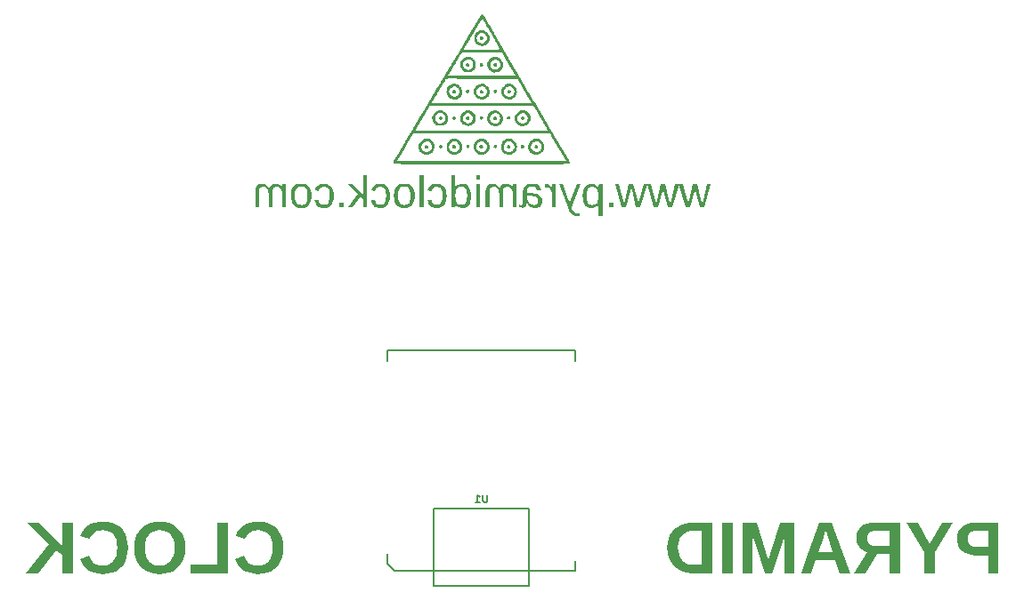
<source format=gbr>
%TF.GenerationSoftware,KiCad,Pcbnew,9.0.6*%
%TF.CreationDate,2025-11-19T18:33:24-08:00*%
%TF.ProjectId,pyramid_clock,70797261-6d69-4645-9f63-6c6f636b2e6b,rev?*%
%TF.SameCoordinates,Original*%
%TF.FileFunction,Legend,Bot*%
%TF.FilePolarity,Positive*%
%FSLAX46Y46*%
G04 Gerber Fmt 4.6, Leading zero omitted, Abs format (unit mm)*
G04 Created by KiCad (PCBNEW 9.0.6) date 2025-11-19 18:33:24*
%MOMM*%
%LPD*%
G01*
G04 APERTURE LIST*
%ADD10C,0.100000*%
%ADD11C,0.200000*%
%ADD12C,0.150000*%
%ADD13C,0.000000*%
%ADD14C,0.127000*%
G04 APERTURE END LIST*
D10*
G36*
X170397155Y-74745000D02*
G01*
X170825435Y-74745000D01*
X171212682Y-73178609D01*
X171286505Y-72832578D01*
X171344024Y-73097826D01*
X171762045Y-74745000D01*
X172188310Y-74745000D01*
X172809298Y-72529228D01*
X172444399Y-72529228D01*
X172069425Y-74034253D01*
X171981314Y-74439635D01*
X171946510Y-74288143D01*
X171483242Y-72529228D01*
X171087752Y-72529228D01*
X170700505Y-74050556D01*
X170606166Y-74439635D01*
X170542602Y-74154970D01*
X170122565Y-72529228D01*
X169761880Y-72529228D01*
X170397155Y-74745000D01*
G37*
G36*
X167366590Y-74745000D02*
G01*
X167794870Y-74745000D01*
X168182117Y-73178609D01*
X168255939Y-72832578D01*
X168313459Y-73097826D01*
X168731480Y-74745000D01*
X169157745Y-74745000D01*
X169778732Y-72529228D01*
X169413834Y-72529228D01*
X169038860Y-74034253D01*
X168950749Y-74439635D01*
X168915945Y-74288143D01*
X168452677Y-72529228D01*
X168057187Y-72529228D01*
X167669940Y-74050556D01*
X167575601Y-74439635D01*
X167512037Y-74154970D01*
X167092000Y-72529228D01*
X166731314Y-72529228D01*
X167366590Y-74745000D01*
G37*
G36*
X164336025Y-74745000D02*
G01*
X164764305Y-74745000D01*
X165151552Y-73178609D01*
X165225374Y-72832578D01*
X165282893Y-73097826D01*
X165700915Y-74745000D01*
X166127180Y-74745000D01*
X166748167Y-72529228D01*
X166383268Y-72529228D01*
X166008295Y-74034253D01*
X165920184Y-74439635D01*
X165885379Y-74288143D01*
X165422112Y-72529228D01*
X165026621Y-72529228D01*
X164639374Y-74050556D01*
X164545036Y-74439635D01*
X164481471Y-74154970D01*
X164061435Y-72529228D01*
X163700749Y-72529228D01*
X164336025Y-74745000D01*
G37*
G36*
X163559699Y-74745000D02*
G01*
X163559699Y-74299501D01*
X163159996Y-74299501D01*
X163159996Y-74745000D01*
X163559699Y-74745000D01*
G37*
G36*
X161608526Y-72506014D02*
G01*
X161748480Y-72538892D01*
X161860501Y-72589495D01*
X161958564Y-72662649D01*
X162045154Y-72761288D01*
X162120620Y-72889731D01*
X162128863Y-72889731D01*
X162133992Y-72744651D01*
X162143335Y-72588213D01*
X162149380Y-72529228D01*
X162505852Y-72529228D01*
X162493579Y-72981322D01*
X162493579Y-75612550D01*
X162124650Y-75612550D01*
X162124650Y-74752144D01*
X162132893Y-74406479D01*
X162122635Y-74406479D01*
X162040086Y-74543468D01*
X161934097Y-74648450D01*
X161801942Y-74725292D01*
X161637941Y-74774245D01*
X161434053Y-74791894D01*
X161245813Y-74774348D01*
X161089070Y-74724835D01*
X160957433Y-74645378D01*
X160846622Y-74534343D01*
X160754951Y-74386637D01*
X160683509Y-74194210D01*
X160636026Y-73946644D01*
X160618985Y-73639862D01*
X161005774Y-73639862D01*
X161023531Y-73958329D01*
X161068709Y-74175380D01*
X161131803Y-74317452D01*
X161203107Y-74404842D01*
X161291071Y-74466860D01*
X161399003Y-74505522D01*
X161532422Y-74519319D01*
X161686630Y-74504736D01*
X161809473Y-74464305D01*
X161907618Y-74400509D01*
X161985432Y-74312323D01*
X162056706Y-74166602D01*
X162105836Y-73958570D01*
X162124650Y-73668621D01*
X162106686Y-73370380D01*
X162060170Y-73159192D01*
X162007464Y-73034457D01*
X161944438Y-72940302D01*
X161871676Y-72871229D01*
X161784270Y-72822298D01*
X161672034Y-72790535D01*
X161528392Y-72778906D01*
X161395843Y-72792529D01*
X161288708Y-72830680D01*
X161201494Y-72891812D01*
X161130887Y-72977841D01*
X161068122Y-73117611D01*
X161023337Y-73329847D01*
X161005774Y-73639862D01*
X160618985Y-73639862D01*
X160618527Y-73631618D01*
X160634305Y-73327996D01*
X160676910Y-73090889D01*
X160740556Y-72908002D01*
X160821492Y-72768831D01*
X160933003Y-72650922D01*
X161068585Y-72566163D01*
X161233180Y-72513012D01*
X161434237Y-72494057D01*
X161608526Y-72506014D01*
G37*
G36*
X160051944Y-75612550D02*
G01*
X160197461Y-75606355D01*
X160306018Y-75590019D01*
X160306018Y-75313414D01*
X160133827Y-75325687D01*
X160010988Y-75308343D01*
X159897815Y-75256170D01*
X159790445Y-75164752D01*
X159687243Y-75024640D01*
X159588860Y-74822302D01*
X159554055Y-74734741D01*
X160433146Y-72529228D01*
X160039671Y-72529228D01*
X159572373Y-73753618D01*
X159547827Y-73822128D01*
X159455686Y-74089391D01*
X159371606Y-74343281D01*
X159228174Y-73939914D01*
X158742375Y-72529228D01*
X158353113Y-72529228D01*
X159205643Y-74745000D01*
X159347993Y-75072727D01*
X159461731Y-75270549D01*
X159590778Y-75424763D01*
X159725147Y-75527737D01*
X159877281Y-75590893D01*
X160051944Y-75612550D01*
G37*
G36*
X158053794Y-74745000D02*
G01*
X158053794Y-73045252D01*
X158066067Y-72529228D01*
X157717654Y-72529228D01*
X157701351Y-72976376D01*
X157693108Y-72976376D01*
X157623676Y-72788858D01*
X157555778Y-72664413D01*
X157490325Y-72586931D01*
X157407791Y-72531002D01*
X157302038Y-72495315D01*
X157166459Y-72482334D01*
X157016799Y-72502850D01*
X157016799Y-72841004D01*
X157096815Y-72826276D01*
X157213537Y-72820488D01*
X157323100Y-72833248D01*
X157415790Y-72869895D01*
X157495471Y-72930553D01*
X157564148Y-73018691D01*
X157626988Y-73156554D01*
X157669233Y-73341591D01*
X157685048Y-73586556D01*
X157685048Y-74745000D01*
X158053794Y-74745000D01*
G37*
G36*
X156052971Y-72503152D02*
G01*
X156261222Y-72559406D01*
X156419104Y-72644778D01*
X156536872Y-72757445D01*
X156620364Y-72900318D01*
X156670219Y-73080607D01*
X156284804Y-73115411D01*
X156257804Y-72998196D01*
X156212341Y-72911005D01*
X156149615Y-72847233D01*
X156069530Y-72804233D01*
X155953306Y-72774564D01*
X155788930Y-72763152D01*
X155629313Y-72778430D01*
X155512696Y-72819281D01*
X155428427Y-72881671D01*
X155369049Y-72968359D01*
X155328922Y-73094565D01*
X155313572Y-73274230D01*
X155313572Y-73396779D01*
X155811644Y-73405022D01*
X156071380Y-73425296D01*
X156272636Y-73467808D01*
X156426454Y-73527691D01*
X156542175Y-73601943D01*
X156639525Y-73702028D01*
X156709471Y-73820823D01*
X156753127Y-73962095D01*
X156768588Y-74131339D01*
X156748167Y-74329973D01*
X156691297Y-74488410D01*
X156600610Y-74615490D01*
X156511531Y-74689228D01*
X156401380Y-74744030D01*
X156265620Y-74779204D01*
X156098324Y-74791894D01*
X155922040Y-74779159D01*
X155771488Y-74743114D01*
X155642384Y-74685832D01*
X155528111Y-74603616D01*
X155418563Y-74485630D01*
X155313389Y-74324596D01*
X155301116Y-74324596D01*
X155281535Y-74474921D01*
X155245161Y-74583839D01*
X155195603Y-74661102D01*
X155126032Y-74717930D01*
X155029638Y-74754733D01*
X154897382Y-74768447D01*
X154753182Y-74760219D01*
X154612534Y-74735657D01*
X154612534Y-74506130D01*
X154733434Y-74520418D01*
X154809106Y-74510050D01*
X154861660Y-74482128D01*
X154897382Y-74437254D01*
X154927994Y-74342754D01*
X154940430Y-74189225D01*
X154940430Y-73837698D01*
X155313572Y-73837698D01*
X155335915Y-74004212D01*
X155404797Y-74169441D01*
X155473339Y-74269584D01*
X155555937Y-74353643D01*
X155653741Y-74422965D01*
X155762214Y-74473648D01*
X155881652Y-74504618D01*
X156014427Y-74515289D01*
X156130646Y-74503174D01*
X156221271Y-74469725D01*
X156292131Y-74416737D01*
X156344401Y-74345302D01*
X156377437Y-74254161D01*
X156389401Y-74137568D01*
X156370155Y-73982258D01*
X156317776Y-73868656D01*
X156232057Y-73780528D01*
X156111697Y-73716615D01*
X155961291Y-73680819D01*
X155717305Y-73663309D01*
X155313572Y-73655066D01*
X155313572Y-73837698D01*
X154940430Y-73837698D01*
X154940430Y-73230999D01*
X154955233Y-73050238D01*
X154996677Y-72900949D01*
X155062152Y-72777215D01*
X155151639Y-72674675D01*
X155261459Y-72595347D01*
X155398689Y-72535390D01*
X155569299Y-72496463D01*
X155780686Y-72482334D01*
X156052971Y-72503152D01*
G37*
G36*
X153039915Y-74745000D02*
G01*
X153039915Y-73336146D01*
X153052610Y-73120000D01*
X153084383Y-72978490D01*
X153128026Y-72890464D01*
X153196549Y-72825681D01*
X153298220Y-72783287D01*
X153445664Y-72767182D01*
X153593891Y-72787866D01*
X153716120Y-72847421D01*
X153818806Y-72947983D01*
X153891283Y-73075622D01*
X153938594Y-73241856D01*
X153956009Y-73457229D01*
X153956009Y-74745000D01*
X154322740Y-74745000D01*
X154322740Y-73002205D01*
X154335013Y-72529228D01*
X153986784Y-72529228D01*
X153982754Y-72583817D01*
X153977625Y-72686032D01*
X153970481Y-72903286D01*
X153964252Y-72903286D01*
X153874940Y-72753033D01*
X153784135Y-72646395D01*
X153691677Y-72574841D01*
X153585529Y-72524806D01*
X153461704Y-72493415D01*
X153316520Y-72482334D01*
X153150990Y-72495009D01*
X153020477Y-72529698D01*
X152917916Y-72583084D01*
X152833049Y-72659890D01*
X152764920Y-72764484D01*
X152714034Y-72903286D01*
X152707806Y-72903286D01*
X152621579Y-72761866D01*
X152529113Y-72656356D01*
X152430285Y-72580886D01*
X152317697Y-72527459D01*
X152187401Y-72494077D01*
X152035711Y-72482334D01*
X151867382Y-72495694D01*
X151734246Y-72532367D01*
X151629202Y-72589060D01*
X151546981Y-72665150D01*
X151486197Y-72758738D01*
X151438359Y-72884150D01*
X151406189Y-73049557D01*
X151394207Y-73264705D01*
X151394207Y-74745000D01*
X151759106Y-74745000D01*
X151759106Y-73336146D01*
X151771800Y-73120000D01*
X151803573Y-72978490D01*
X151847216Y-72890464D01*
X151915739Y-72825681D01*
X152017411Y-72783287D01*
X152164854Y-72767182D01*
X152317058Y-72788018D01*
X152440037Y-72847453D01*
X152540927Y-72946884D01*
X152611659Y-73073750D01*
X152658059Y-73240229D01*
X152675200Y-73457229D01*
X152675200Y-74745000D01*
X153039915Y-74745000D01*
G37*
G36*
X150836417Y-72061015D02*
G01*
X150836417Y-71708572D01*
X150467672Y-71708572D01*
X150467672Y-72061015D01*
X150836417Y-72061015D01*
G37*
G36*
X150836417Y-74745000D02*
G01*
X150836417Y-72529228D01*
X150467672Y-72529228D01*
X150467672Y-74745000D01*
X150836417Y-74745000D01*
G37*
G36*
X148502677Y-72623018D02*
G01*
X148498647Y-72869398D01*
X148502677Y-72869398D01*
X148580813Y-72743664D01*
X148670800Y-72646854D01*
X148773237Y-72575024D01*
X148888816Y-72525368D01*
X149027268Y-72493669D01*
X149193274Y-72482334D01*
X149381370Y-72499914D01*
X149538047Y-72549538D01*
X149669691Y-72629207D01*
X149780565Y-72740597D01*
X149872335Y-72888855D01*
X149943882Y-73082094D01*
X149991450Y-73330802D01*
X150008984Y-73647372D01*
X149993827Y-73944221D01*
X149952630Y-74179645D01*
X149890641Y-74364455D01*
X149811330Y-74507962D01*
X149701534Y-74629627D01*
X149565973Y-74717135D01*
X149399292Y-74772179D01*
X149193274Y-74791894D01*
X149028639Y-74780632D01*
X148890405Y-74749039D01*
X148774153Y-74699387D01*
X148671943Y-74626890D01*
X148581596Y-74526307D01*
X148502677Y-74392557D01*
X148494434Y-74392557D01*
X148487290Y-74595157D01*
X148473917Y-74745000D01*
X148121475Y-74745000D01*
X148133748Y-74288693D01*
X148133748Y-73610369D01*
X148502677Y-73610369D01*
X148521840Y-73916078D01*
X148571820Y-74135249D01*
X148644094Y-74288510D01*
X148723592Y-74382366D01*
X148822783Y-74449611D01*
X148945737Y-74491880D01*
X149098935Y-74507046D01*
X149233544Y-74493146D01*
X149341547Y-74454331D01*
X149428754Y-74392271D01*
X149498638Y-74304996D01*
X149560267Y-74163283D01*
X149604292Y-73948420D01*
X149621553Y-73635099D01*
X149604277Y-73323398D01*
X149559976Y-73107030D01*
X149497539Y-72962088D01*
X149426818Y-72872356D01*
X149338815Y-72808759D01*
X149230116Y-72769091D01*
X149094905Y-72754909D01*
X148942968Y-72769343D01*
X148821035Y-72809494D01*
X148722788Y-72873067D01*
X148644094Y-72961172D01*
X148571854Y-73106481D01*
X148521880Y-73315984D01*
X148502677Y-73610369D01*
X148133748Y-73610369D01*
X148133748Y-71708572D01*
X148502677Y-71708572D01*
X148502677Y-72623018D01*
G37*
G36*
X147288546Y-73626673D02*
G01*
X147269766Y-73922648D01*
X147220642Y-74136104D01*
X147149327Y-74286495D01*
X147071035Y-74380033D01*
X146977242Y-74445863D01*
X146864956Y-74486470D01*
X146729108Y-74500818D01*
X146601729Y-74488248D01*
X146493424Y-74452371D01*
X146400296Y-74394023D01*
X146326210Y-74314017D01*
X146271387Y-74206756D01*
X146237263Y-74065027D01*
X145864305Y-74089757D01*
X145898551Y-74245188D01*
X145955351Y-74380246D01*
X146034356Y-74498131D01*
X146136880Y-74601018D01*
X146256194Y-74682795D01*
X146390970Y-74742127D01*
X146544005Y-74779009D01*
X146718849Y-74791894D01*
X146948033Y-74771529D01*
X147138093Y-74714244D01*
X147296654Y-74622942D01*
X147429046Y-74496605D01*
X147529838Y-74344307D01*
X147606300Y-74155377D01*
X147655964Y-73922094D01*
X147673961Y-73635099D01*
X147655952Y-73350414D01*
X147606194Y-73118476D01*
X147529463Y-72930121D01*
X147428131Y-72777807D01*
X147295181Y-72651049D01*
X147137106Y-72559712D01*
X146948832Y-72502587D01*
X146723063Y-72482334D01*
X146502231Y-72503310D01*
X146316308Y-72562842D01*
X146158312Y-72658921D01*
X146028630Y-72789594D01*
X145935007Y-72949648D01*
X145876578Y-73145270D01*
X146255765Y-73174030D01*
X146285943Y-73055852D01*
X146334607Y-72959176D01*
X146401395Y-72880205D01*
X146485510Y-72821930D01*
X146593768Y-72784750D01*
X146733138Y-72771212D01*
X146877063Y-72784955D01*
X146991998Y-72823113D01*
X147084105Y-72883447D01*
X147157387Y-72967034D01*
X147223220Y-73105483D01*
X147270131Y-73316712D01*
X147288546Y-73626673D01*
G37*
G36*
X145470829Y-74745000D02*
G01*
X145470829Y-71708572D01*
X145101901Y-71708572D01*
X145101901Y-74745000D01*
X145470829Y-74745000D01*
G37*
G36*
X143892813Y-72501767D02*
G01*
X144090233Y-72555907D01*
X144252117Y-72640969D01*
X144384691Y-72756678D01*
X144491453Y-72906276D01*
X144572804Y-73096180D01*
X144626000Y-73335422D01*
X144645411Y-73635099D01*
X144627310Y-73919452D01*
X144577233Y-74151716D01*
X144499885Y-74340899D01*
X144397565Y-74494406D01*
X144263654Y-74620925D01*
X144101089Y-74712975D01*
X143903912Y-74771115D01*
X143663738Y-74791894D01*
X143421901Y-74771862D01*
X143222308Y-74715773D01*
X143056966Y-74627105D01*
X142920018Y-74505764D01*
X142815119Y-74357330D01*
X142735155Y-74169065D01*
X142682843Y-73931992D01*
X142663746Y-73635099D01*
X143050993Y-73635099D01*
X143070327Y-73937968D01*
X143120697Y-74154318D01*
X143193509Y-74304996D01*
X143273159Y-74395881D01*
X143375057Y-74461950D01*
X143504117Y-74504057D01*
X143667768Y-74519319D01*
X143816356Y-74504171D01*
X143936916Y-74461699D01*
X144035457Y-74393611D01*
X144115648Y-74297852D01*
X144189031Y-74142812D01*
X144239033Y-73927768D01*
X144257981Y-73635099D01*
X144238425Y-73333777D01*
X144187446Y-73118434D01*
X144113633Y-72968316D01*
X144033036Y-72877403D01*
X143931494Y-72811624D01*
X143804510Y-72769940D01*
X143645236Y-72754909D01*
X143486745Y-72769809D01*
X143362040Y-72810892D01*
X143263815Y-72875354D01*
X143187281Y-72964103D01*
X143118166Y-73111187D01*
X143069746Y-73327256D01*
X143050993Y-73635099D01*
X142663746Y-73635099D01*
X142681933Y-73333204D01*
X142731427Y-73094814D01*
X142806367Y-72908121D01*
X142903532Y-72763335D01*
X143032386Y-72645838D01*
X143194585Y-72558702D01*
X143397590Y-72502652D01*
X143651464Y-72482334D01*
X143892813Y-72501767D01*
G37*
G36*
X141924973Y-73626673D02*
G01*
X141906193Y-73922648D01*
X141857069Y-74136104D01*
X141785754Y-74286495D01*
X141707462Y-74380033D01*
X141613669Y-74445863D01*
X141501383Y-74486470D01*
X141365535Y-74500818D01*
X141238156Y-74488248D01*
X141129851Y-74452371D01*
X141036723Y-74394023D01*
X140962637Y-74314017D01*
X140907814Y-74206756D01*
X140873691Y-74065027D01*
X140500732Y-74089757D01*
X140534978Y-74245188D01*
X140591778Y-74380246D01*
X140670783Y-74498131D01*
X140773307Y-74601018D01*
X140892621Y-74682795D01*
X141027397Y-74742127D01*
X141180432Y-74779009D01*
X141355276Y-74791894D01*
X141584460Y-74771529D01*
X141774520Y-74714244D01*
X141933081Y-74622942D01*
X142065474Y-74496605D01*
X142166265Y-74344307D01*
X142242727Y-74155377D01*
X142292391Y-73922094D01*
X142310388Y-73635099D01*
X142292379Y-73350414D01*
X142242621Y-73118476D01*
X142165890Y-72930121D01*
X142064558Y-72777807D01*
X141931608Y-72651049D01*
X141773533Y-72559712D01*
X141585259Y-72502587D01*
X141359490Y-72482334D01*
X141138658Y-72503310D01*
X140952735Y-72562842D01*
X140794739Y-72658921D01*
X140665057Y-72789594D01*
X140571434Y-72949648D01*
X140513005Y-73145270D01*
X140892192Y-73174030D01*
X140922370Y-73055852D01*
X140971034Y-72959176D01*
X141037822Y-72880205D01*
X141121937Y-72821930D01*
X141230195Y-72784750D01*
X141369565Y-72771212D01*
X141513490Y-72784955D01*
X141628425Y-72823113D01*
X141720532Y-72883447D01*
X141793814Y-72967034D01*
X141859647Y-73105483D01*
X141906558Y-73316712D01*
X141924973Y-73626673D01*
G37*
G36*
X138717820Y-74745000D02*
G01*
X139467951Y-73733285D01*
X139738328Y-73956584D01*
X139738328Y-74745000D01*
X140107257Y-74745000D01*
X140107257Y-71708572D01*
X139738328Y-71708572D01*
X139738328Y-73604324D01*
X138764898Y-72529228D01*
X138332588Y-72529228D01*
X139232195Y-73481409D01*
X138285327Y-74745000D01*
X138717820Y-74745000D01*
G37*
G36*
X137908338Y-74745000D02*
G01*
X137908338Y-74299501D01*
X137508635Y-74299501D01*
X137508635Y-74745000D01*
X137908338Y-74745000D01*
G37*
G36*
X136561400Y-73626673D02*
G01*
X136542620Y-73922648D01*
X136493496Y-74136104D01*
X136422182Y-74286495D01*
X136343889Y-74380033D01*
X136250096Y-74445863D01*
X136137810Y-74486470D01*
X136001962Y-74500818D01*
X135874583Y-74488248D01*
X135766278Y-74452371D01*
X135673150Y-74394023D01*
X135599064Y-74314017D01*
X135544241Y-74206756D01*
X135510118Y-74065027D01*
X135137159Y-74089757D01*
X135171405Y-74245188D01*
X135228205Y-74380246D01*
X135307210Y-74498131D01*
X135409734Y-74601018D01*
X135529048Y-74682795D01*
X135663824Y-74742127D01*
X135816860Y-74779009D01*
X135991703Y-74791894D01*
X136220887Y-74771529D01*
X136410947Y-74714244D01*
X136569508Y-74622942D01*
X136701901Y-74496605D01*
X136802692Y-74344307D01*
X136879154Y-74155377D01*
X136928818Y-73922094D01*
X136946815Y-73635099D01*
X136928806Y-73350414D01*
X136879048Y-73118476D01*
X136802317Y-72930121D01*
X136700985Y-72777807D01*
X136568035Y-72651049D01*
X136409960Y-72559712D01*
X136221686Y-72502587D01*
X135995917Y-72482334D01*
X135775085Y-72503310D01*
X135589162Y-72562842D01*
X135431166Y-72658921D01*
X135301485Y-72789594D01*
X135207861Y-72949648D01*
X135149432Y-73145270D01*
X135528619Y-73174030D01*
X135558797Y-73055852D01*
X135607461Y-72959176D01*
X135674249Y-72880205D01*
X135758365Y-72821930D01*
X135866622Y-72784750D01*
X136005992Y-72771212D01*
X136149917Y-72784955D01*
X136264852Y-72823113D01*
X136356959Y-72883447D01*
X136430242Y-72967034D01*
X136496074Y-73105483D01*
X136542985Y-73316712D01*
X136561400Y-73626673D01*
G37*
G36*
X134097698Y-72501767D02*
G01*
X134295118Y-72555907D01*
X134457002Y-72640969D01*
X134589576Y-72756678D01*
X134696338Y-72906276D01*
X134777689Y-73096180D01*
X134830885Y-73335422D01*
X134850296Y-73635099D01*
X134832195Y-73919452D01*
X134782118Y-74151716D01*
X134704770Y-74340899D01*
X134602450Y-74494406D01*
X134468539Y-74620925D01*
X134305974Y-74712975D01*
X134108797Y-74771115D01*
X133868623Y-74791894D01*
X133626785Y-74771862D01*
X133427193Y-74715773D01*
X133261851Y-74627105D01*
X133124903Y-74505764D01*
X133020004Y-74357330D01*
X132940040Y-74169065D01*
X132887728Y-73931992D01*
X132868631Y-73635099D01*
X133255878Y-73635099D01*
X133275212Y-73937968D01*
X133325582Y-74154318D01*
X133398394Y-74304996D01*
X133478044Y-74395881D01*
X133579942Y-74461950D01*
X133709002Y-74504057D01*
X133872653Y-74519319D01*
X134021241Y-74504171D01*
X134141801Y-74461699D01*
X134240342Y-74393611D01*
X134320533Y-74297852D01*
X134393916Y-74142812D01*
X134443917Y-73927768D01*
X134462865Y-73635099D01*
X134443310Y-73333777D01*
X134392331Y-73118434D01*
X134318518Y-72968316D01*
X134237921Y-72877403D01*
X134136379Y-72811624D01*
X134009395Y-72769940D01*
X133850121Y-72754909D01*
X133691630Y-72769809D01*
X133566925Y-72810892D01*
X133468700Y-72875354D01*
X133392166Y-72964103D01*
X133323051Y-73111187D01*
X133274631Y-73327256D01*
X133255878Y-73635099D01*
X132868631Y-73635099D01*
X132886817Y-73333204D01*
X132936312Y-73094814D01*
X133011252Y-72908121D01*
X133108417Y-72763335D01*
X133237271Y-72645838D01*
X133399470Y-72558702D01*
X133602475Y-72502652D01*
X133856349Y-72482334D01*
X134097698Y-72501767D01*
G37*
G36*
X131119608Y-74745000D02*
G01*
X131119608Y-73336146D01*
X131132303Y-73120000D01*
X131164076Y-72978490D01*
X131207719Y-72890464D01*
X131276242Y-72825681D01*
X131377913Y-72783287D01*
X131525357Y-72767182D01*
X131673584Y-72787866D01*
X131795813Y-72847421D01*
X131898499Y-72947983D01*
X131970976Y-73075622D01*
X132018287Y-73241856D01*
X132035702Y-73457229D01*
X132035702Y-74745000D01*
X132402433Y-74745000D01*
X132402433Y-73002205D01*
X132414706Y-72529228D01*
X132066477Y-72529228D01*
X132062447Y-72583817D01*
X132057318Y-72686032D01*
X132050173Y-72903286D01*
X132043945Y-72903286D01*
X131954633Y-72753033D01*
X131863828Y-72646395D01*
X131771370Y-72574841D01*
X131665222Y-72524806D01*
X131541397Y-72493415D01*
X131396213Y-72482334D01*
X131230683Y-72495009D01*
X131100170Y-72529698D01*
X130997609Y-72583084D01*
X130912742Y-72659890D01*
X130844613Y-72764484D01*
X130793727Y-72903286D01*
X130787499Y-72903286D01*
X130701272Y-72761866D01*
X130608806Y-72656356D01*
X130509978Y-72580886D01*
X130397390Y-72527459D01*
X130267094Y-72494077D01*
X130115404Y-72482334D01*
X129947075Y-72495694D01*
X129813939Y-72532367D01*
X129708895Y-72589060D01*
X129626674Y-72665150D01*
X129565890Y-72758738D01*
X129518051Y-72884150D01*
X129485882Y-73049557D01*
X129473900Y-73264705D01*
X129473900Y-74745000D01*
X129838799Y-74745000D01*
X129838799Y-73336146D01*
X129851493Y-73120000D01*
X129883266Y-72978490D01*
X129926909Y-72890464D01*
X129995432Y-72825681D01*
X130097104Y-72783287D01*
X130244547Y-72767182D01*
X130396751Y-72788018D01*
X130519730Y-72847453D01*
X130620620Y-72946884D01*
X130691351Y-73073750D01*
X130737752Y-73240229D01*
X130754893Y-73457229D01*
X130754893Y-74745000D01*
X131119608Y-74745000D01*
G37*
D11*
G36*
X200159324Y-109575000D02*
G01*
X199151822Y-109575000D01*
X199151822Y-107875069D01*
X197956254Y-107875069D01*
X197598807Y-107851299D01*
X197288817Y-107783698D01*
X197018972Y-107676011D01*
X196773679Y-107523100D01*
X196573119Y-107336280D01*
X196412639Y-107113032D01*
X196296152Y-106862685D01*
X196225157Y-106588730D01*
X196202136Y-106303061D01*
X197215282Y-106303061D01*
X197242824Y-106551013D01*
X197319088Y-106743971D01*
X197440901Y-106894740D01*
X197602899Y-107004006D01*
X197812274Y-107074032D01*
X198082649Y-107099598D01*
X199151822Y-107099598D01*
X199151822Y-105550488D01*
X198110127Y-105550488D01*
X197809283Y-105576317D01*
X197587666Y-105645282D01*
X197426465Y-105749471D01*
X197312754Y-105888278D01*
X197241252Y-106068488D01*
X197215282Y-106303061D01*
X196202136Y-106303061D01*
X196200758Y-106285964D01*
X196232595Y-105929587D01*
X196322582Y-105630799D01*
X196466724Y-105378489D01*
X196666957Y-105164890D01*
X196908239Y-105000286D01*
X197202733Y-104876618D01*
X197561274Y-104796975D01*
X197997164Y-104768300D01*
X200159324Y-104768300D01*
X200159324Y-109575000D01*
G37*
G36*
X193123909Y-107601517D02*
G01*
X193123909Y-109575000D01*
X194128052Y-109575000D01*
X194128052Y-107601517D01*
X195842637Y-104768300D01*
X194787203Y-104768300D01*
X193632850Y-106800401D01*
X192464759Y-104768300D01*
X191409324Y-104768300D01*
X193123909Y-107601517D01*
G37*
G36*
X190829247Y-109575000D02*
G01*
X189821746Y-109575000D01*
X189821746Y-107757833D01*
X188639916Y-107757833D01*
X187523115Y-109575000D01*
X186389218Y-109575000D01*
X187690421Y-107563049D01*
X187382504Y-107455348D01*
X187126837Y-107294705D01*
X186915256Y-107079143D01*
X186757053Y-106821177D01*
X186661298Y-106532586D01*
X186632395Y-106245969D01*
X187642489Y-106245969D01*
X187668614Y-106466746D01*
X187741929Y-106642579D01*
X187861086Y-106783914D01*
X188018023Y-106885166D01*
X188226901Y-106951209D01*
X188503140Y-106975645D01*
X189821746Y-106975645D01*
X189821746Y-105550488D01*
X188530617Y-105550488D01*
X188227641Y-105575147D01*
X188006274Y-105640619D01*
X187847077Y-105738577D01*
X187736238Y-105867464D01*
X187667338Y-106032762D01*
X187642489Y-106245969D01*
X186632395Y-106245969D01*
X186628270Y-106205059D01*
X186660084Y-105864884D01*
X186750025Y-105580732D01*
X186894497Y-105341454D01*
X187096301Y-105139549D01*
X187336682Y-104986148D01*
X187630635Y-104870227D01*
X187988962Y-104795312D01*
X188424677Y-104768300D01*
X190829247Y-104768300D01*
X190829247Y-109575000D01*
G37*
G36*
X186072007Y-109575000D02*
G01*
X185064506Y-109575000D01*
X184637691Y-108340352D01*
X182803427Y-108340352D01*
X182376613Y-109575000D01*
X181379186Y-109575000D01*
X182104290Y-107581978D01*
X183028741Y-107581978D01*
X184412072Y-107581978D01*
X183824668Y-105860371D01*
X183742541Y-105581324D01*
X183722086Y-105506524D01*
X183650339Y-105741303D01*
X183503488Y-106204143D01*
X183028741Y-107581978D01*
X182104290Y-107581978D01*
X183127965Y-104768300D01*
X184316512Y-104768300D01*
X186072007Y-109575000D01*
G37*
G36*
X176731245Y-109575000D02*
G01*
X176731245Y-106661488D01*
X176729718Y-106463651D01*
X176697051Y-105614296D01*
X177055783Y-106893518D01*
X177923150Y-109575000D01*
X178640613Y-109575000D01*
X179507981Y-106893518D01*
X179873429Y-105614296D01*
X179832518Y-106661488D01*
X179832518Y-109575000D01*
X180727363Y-109575000D01*
X180727363Y-104768300D01*
X179378227Y-104768300D01*
X178517576Y-107456498D01*
X178442471Y-107715701D01*
X178278523Y-108360502D01*
X178063284Y-107589610D01*
X177178515Y-104768300D01*
X175836400Y-104768300D01*
X175836400Y-109575000D01*
X176731245Y-109575000D01*
G37*
G36*
X174899729Y-109575000D02*
G01*
X174899729Y-104768300D01*
X173892227Y-104768300D01*
X173892227Y-109575000D01*
X174899729Y-109575000D01*
G37*
G36*
X172955556Y-109575000D02*
G01*
X171008635Y-109575000D01*
X170556448Y-109540905D01*
X170150948Y-109442238D01*
X169784368Y-109281603D01*
X169532182Y-109118562D01*
X169311831Y-108924428D01*
X169120811Y-108697333D01*
X168957911Y-108434080D01*
X168799035Y-108054260D01*
X168700227Y-107624646D01*
X168665736Y-107135929D01*
X169679954Y-107135929D01*
X169706792Y-107519729D01*
X169782296Y-107843603D01*
X169901394Y-108117535D01*
X170062499Y-108349511D01*
X170268756Y-108543673D01*
X170504996Y-108681589D01*
X170777189Y-108766488D01*
X171094120Y-108796170D01*
X171948054Y-108796170D01*
X171948054Y-105547130D01*
X171234254Y-105547130D01*
X170861164Y-105575874D01*
X170552224Y-105656287D01*
X170295785Y-105782866D01*
X170082955Y-105954710D01*
X169914119Y-106169077D01*
X169788838Y-106430416D01*
X169708728Y-106748501D01*
X169679954Y-107135929D01*
X168665736Y-107135929D01*
X168695836Y-106673968D01*
X168781125Y-106276440D01*
X168916354Y-105933463D01*
X169099507Y-105636896D01*
X169331908Y-105380739D01*
X169604827Y-105170103D01*
X169921938Y-105001762D01*
X170289950Y-104876187D01*
X170717291Y-104796496D01*
X171213799Y-104768300D01*
X172955556Y-104768300D01*
X172955556Y-109575000D01*
G37*
G36*
X129719033Y-108860589D02*
G01*
X129425003Y-108834356D01*
X129172030Y-108759403D01*
X128952291Y-108638056D01*
X128760280Y-108468159D01*
X128593302Y-108243278D01*
X128451718Y-107953227D01*
X127573970Y-108282955D01*
X127738428Y-108618055D01*
X127931749Y-108897594D01*
X128153697Y-109128292D01*
X128405922Y-109314881D01*
X128685201Y-109459361D01*
X128994003Y-109564882D01*
X129336845Y-109630412D01*
X129719033Y-109653157D01*
X130188881Y-109623379D01*
X130594517Y-109538930D01*
X130945563Y-109405011D01*
X131250024Y-109223794D01*
X131513912Y-108994312D01*
X131733499Y-108722429D01*
X131907789Y-108409166D01*
X132037020Y-108048381D01*
X132118636Y-107632171D01*
X132147417Y-107151195D01*
X132119221Y-106666451D01*
X132039642Y-106250958D01*
X131914372Y-105894634D01*
X131746469Y-105588898D01*
X131536199Y-105327006D01*
X131282183Y-105106702D01*
X130985425Y-104931782D01*
X130639380Y-104801773D01*
X130235437Y-104719341D01*
X129763302Y-104690143D01*
X129335871Y-104714101D01*
X128969021Y-104781705D01*
X128654088Y-104888023D01*
X128383635Y-105030251D01*
X128139450Y-105218112D01*
X127934706Y-105444354D01*
X127766808Y-105712968D01*
X127635641Y-106030120D01*
X128523464Y-106272836D01*
X128622528Y-106047860D01*
X128768407Y-105857239D01*
X128965849Y-105696423D01*
X129194170Y-105579464D01*
X129451029Y-105507641D01*
X129742846Y-105482711D01*
X130080103Y-105512231D01*
X130358205Y-105595019D01*
X130588678Y-105726478D01*
X130779657Y-105907693D01*
X130925027Y-106126635D01*
X131035405Y-106398917D01*
X131107170Y-106735861D01*
X131133199Y-107151195D01*
X131106579Y-107572752D01*
X131033002Y-107916514D01*
X130919503Y-108195954D01*
X130769582Y-108422173D01*
X130572861Y-108609955D01*
X130337927Y-108745496D01*
X130057025Y-108830428D01*
X129719033Y-108860589D01*
G37*
G36*
X126915430Y-109575000D02*
G01*
X126915430Y-104768300D01*
X125907928Y-104768300D01*
X125907928Y-108796170D01*
X123325671Y-108796170D01*
X123325671Y-109575000D01*
X126915430Y-109575000D01*
G37*
G36*
X120856051Y-104719331D02*
G01*
X121257619Y-104802334D01*
X121607493Y-104934329D01*
X121913134Y-105113362D01*
X122180172Y-105340439D01*
X122403671Y-105609853D01*
X122580392Y-105918950D01*
X122710995Y-106273555D01*
X122793264Y-106681281D01*
X122822225Y-107151195D01*
X122793366Y-107621688D01*
X122711180Y-108032326D01*
X122580373Y-108391704D01*
X122402995Y-108707053D01*
X122178340Y-108983932D01*
X121909514Y-109218810D01*
X121603567Y-109403165D01*
X121255156Y-109538539D01*
X120857066Y-109623387D01*
X120400557Y-109653157D01*
X119916316Y-109617563D01*
X119489017Y-109515330D01*
X119109429Y-109350296D01*
X118848486Y-109181811D01*
X118621371Y-108981414D01*
X118425370Y-108747211D01*
X118259158Y-108475907D01*
X118097103Y-108084536D01*
X117996707Y-107645890D01*
X117961793Y-107151195D01*
X118990055Y-107151195D01*
X119016638Y-107564749D01*
X119090480Y-107905432D01*
X119205068Y-108185616D01*
X119357335Y-108415457D01*
X119555974Y-108607033D01*
X119790727Y-108744559D01*
X120068840Y-108830276D01*
X120400863Y-108860589D01*
X120718796Y-108830206D01*
X120990810Y-108743372D01*
X121226061Y-108602260D01*
X121430652Y-108403244D01*
X121588741Y-108166732D01*
X121706345Y-107885279D01*
X121781280Y-107550293D01*
X121808007Y-107151195D01*
X121781640Y-106754672D01*
X121708032Y-106424927D01*
X121593065Y-106150733D01*
X121439200Y-105922958D01*
X121239866Y-105733638D01*
X121004539Y-105597570D01*
X120726002Y-105512717D01*
X120393841Y-105482711D01*
X120067521Y-105512728D01*
X119792455Y-105597858D01*
X119558622Y-105734888D01*
X119359167Y-105926317D01*
X119204804Y-106155806D01*
X119089760Y-106430302D01*
X119016304Y-106758522D01*
X118990055Y-107151195D01*
X117961793Y-107151195D01*
X117990612Y-106687908D01*
X118072691Y-106283737D01*
X118203383Y-105930108D01*
X118380754Y-105619842D01*
X118605678Y-105347461D01*
X118873687Y-105117626D01*
X119180043Y-104936635D01*
X119530319Y-104803335D01*
X119931940Y-104719580D01*
X120393841Y-104690143D01*
X120856051Y-104719331D01*
G37*
G36*
X114952110Y-108860589D02*
G01*
X114658081Y-108834356D01*
X114405107Y-108759403D01*
X114185369Y-108638056D01*
X113993357Y-108468159D01*
X113826379Y-108243278D01*
X113684795Y-107953227D01*
X112807047Y-108282955D01*
X112971505Y-108618055D01*
X113164826Y-108897594D01*
X113386774Y-109128292D01*
X113638999Y-109314881D01*
X113918278Y-109459361D01*
X114227080Y-109564882D01*
X114569923Y-109630412D01*
X114952110Y-109653157D01*
X115421959Y-109623379D01*
X115827595Y-109538930D01*
X116178641Y-109405011D01*
X116483102Y-109223794D01*
X116746990Y-108994312D01*
X116966577Y-108722429D01*
X117140866Y-108409166D01*
X117270097Y-108048381D01*
X117351714Y-107632171D01*
X117380495Y-107151195D01*
X117352298Y-106666451D01*
X117272720Y-106250958D01*
X117147450Y-105894634D01*
X116979546Y-105588898D01*
X116769277Y-105327006D01*
X116515260Y-105106702D01*
X116218502Y-104931782D01*
X115872458Y-104801773D01*
X115468514Y-104719341D01*
X114996379Y-104690143D01*
X114568949Y-104714101D01*
X114202098Y-104781705D01*
X113887165Y-104888023D01*
X113616712Y-105030251D01*
X113372527Y-105218112D01*
X113167784Y-105444354D01*
X112999885Y-105712968D01*
X112868719Y-106030120D01*
X113756541Y-106272836D01*
X113855606Y-106047860D01*
X114001485Y-105857239D01*
X114198926Y-105696423D01*
X114427248Y-105579464D01*
X114684107Y-105507641D01*
X114975924Y-105482711D01*
X115313181Y-105512231D01*
X115591283Y-105595019D01*
X115821756Y-105726478D01*
X116012735Y-105907693D01*
X116158105Y-106126635D01*
X116268482Y-106398917D01*
X116340247Y-106735861D01*
X116366276Y-107151195D01*
X116339657Y-107572752D01*
X116266080Y-107916514D01*
X116152580Y-108195954D01*
X116002660Y-108422173D01*
X115805938Y-108609955D01*
X115571005Y-108745496D01*
X115290102Y-108830428D01*
X114952110Y-108860589D01*
G37*
G36*
X108818256Y-109575000D02*
G01*
X110546580Y-107367655D01*
X111141006Y-107821641D01*
X111141006Y-109575000D01*
X112148508Y-109575000D01*
X112148508Y-104768300D01*
X111141006Y-104768300D01*
X111141006Y-106948168D01*
X108972129Y-104768300D01*
X107797016Y-104768300D01*
X109853235Y-106801622D01*
X107629710Y-109575000D01*
X108818256Y-109575000D01*
G37*
D12*
X151533333Y-102116033D02*
X151533333Y-102682700D01*
X151533333Y-102682700D02*
X151500000Y-102749366D01*
X151500000Y-102749366D02*
X151466666Y-102782700D01*
X151466666Y-102782700D02*
X151400000Y-102816033D01*
X151400000Y-102816033D02*
X151266666Y-102816033D01*
X151266666Y-102816033D02*
X151200000Y-102782700D01*
X151200000Y-102782700D02*
X151166666Y-102749366D01*
X151166666Y-102749366D02*
X151133333Y-102682700D01*
X151133333Y-102682700D02*
X151133333Y-102116033D01*
X150433333Y-102816033D02*
X150833333Y-102816033D01*
X150633333Y-102816033D02*
X150633333Y-102116033D01*
X150633333Y-102116033D02*
X150700000Y-102216033D01*
X150700000Y-102216033D02*
X150766667Y-102282700D01*
X150766667Y-102282700D02*
X150833333Y-102316033D01*
D13*
%TO.C,G\u002A\u002A\u002A*%
G36*
X151040283Y-66082082D02*
G01*
X151106691Y-66122165D01*
X151146499Y-66188181D01*
X151147060Y-66227581D01*
X151125286Y-66285158D01*
X151086357Y-66339974D01*
X151038282Y-66377979D01*
X150984539Y-66392729D01*
X150913457Y-66379617D01*
X150848577Y-66331818D01*
X150813111Y-66273460D01*
X150809875Y-66202706D01*
X150845023Y-66127824D01*
X150871231Y-66096659D01*
X150909440Y-66076116D01*
X150968339Y-66071077D01*
X151040283Y-66082082D01*
G37*
G36*
X154934831Y-68774940D02*
G01*
X154997579Y-68806991D01*
X155043371Y-68869689D01*
X155058041Y-68927983D01*
X155043727Y-69002796D01*
X154991972Y-69071896D01*
X154941027Y-69106771D01*
X154875710Y-69121367D01*
X154815184Y-69107835D01*
X154764822Y-69072152D01*
X154729994Y-69020298D01*
X154716071Y-68958253D01*
X154728425Y-68891995D01*
X154772426Y-68827503D01*
X154794271Y-68808357D01*
X154864077Y-68774931D01*
X154934831Y-68774940D01*
G37*
G36*
X145794304Y-68814812D02*
G01*
X145866095Y-68847223D01*
X145915733Y-68901190D01*
X145936062Y-68967167D01*
X145924598Y-69036734D01*
X145878857Y-69101468D01*
X145817685Y-69144034D01*
X145747293Y-69155766D01*
X145668834Y-69130311D01*
X145656643Y-69123263D01*
X145606104Y-69073408D01*
X145576167Y-69008560D01*
X145570646Y-68941174D01*
X145593352Y-68883705D01*
X145606033Y-68870384D01*
X145663185Y-68835471D01*
X145732566Y-68814676D01*
X145794304Y-68814812D01*
G37*
G36*
X149741049Y-63530703D02*
G01*
X149803434Y-63566608D01*
X149849046Y-63622615D01*
X149866746Y-63687922D01*
X149856496Y-63739597D01*
X149818161Y-63802625D01*
X149762102Y-63844856D01*
X149713448Y-63856056D01*
X149646220Y-63854184D01*
X149584069Y-63838370D01*
X149543486Y-63811155D01*
X149527219Y-63782821D01*
X149516564Y-63715642D01*
X149533464Y-63646248D01*
X149572669Y-63584488D01*
X149628928Y-63540209D01*
X149696989Y-63523261D01*
X149741049Y-63530703D01*
G37*
G36*
X152367925Y-68776338D02*
G01*
X152433746Y-68823567D01*
X152470966Y-68877096D01*
X152485670Y-68948754D01*
X152464674Y-69017186D01*
X152408765Y-69074487D01*
X152366159Y-69102225D01*
X152332760Y-69115683D01*
X152300431Y-69110365D01*
X152252195Y-69087705D01*
X152252056Y-69087636D01*
X152187961Y-69037663D01*
X152157593Y-68972930D01*
X152162280Y-68900516D01*
X152203352Y-68827499D01*
X152235639Y-68796140D01*
X152300431Y-68767220D01*
X152367925Y-68776338D01*
G37*
G36*
X152358993Y-60989110D02*
G01*
X152418492Y-61037969D01*
X152452910Y-61077916D01*
X152483264Y-61145961D01*
X152475006Y-61213163D01*
X152428238Y-61282087D01*
X152387822Y-61315800D01*
X152318497Y-61341526D01*
X152249917Y-61336430D01*
X152190603Y-61303787D01*
X152149075Y-61246870D01*
X152133852Y-61168954D01*
X152141587Y-61107148D01*
X152171137Y-61054618D01*
X152230386Y-61004834D01*
X152252620Y-60990901D01*
X152306809Y-60973968D01*
X152358993Y-60989110D01*
G37*
G36*
X153614871Y-66058413D02*
G01*
X153683904Y-66092033D01*
X153724460Y-66140956D01*
X153739254Y-66206744D01*
X153721564Y-66274130D01*
X153671885Y-66333213D01*
X153658443Y-66343383D01*
X153591677Y-66377464D01*
X153530858Y-66375413D01*
X153468797Y-66337378D01*
X153460399Y-66329876D01*
X153424783Y-66281212D01*
X153414954Y-66217615D01*
X153415218Y-66207781D01*
X153435476Y-66136352D01*
X153481565Y-66084818D01*
X153544394Y-66057423D01*
X153614871Y-66058413D01*
G37*
G36*
X154947772Y-66077994D02*
G01*
X155008013Y-66112813D01*
X155048048Y-66168786D01*
X155064435Y-66236676D01*
X155053730Y-66307246D01*
X155012490Y-66371259D01*
X154969275Y-66404390D01*
X154905038Y-66423646D01*
X154843888Y-66414037D01*
X154791424Y-66381295D01*
X154753243Y-66331150D01*
X154734944Y-66269336D01*
X154742125Y-66201582D01*
X154780384Y-66133622D01*
X154798031Y-66114005D01*
X154844676Y-66080325D01*
X154900593Y-66071077D01*
X154947772Y-66077994D01*
G37*
G36*
X147186650Y-68792687D02*
G01*
X147235194Y-68820278D01*
X147274806Y-68870541D01*
X147287047Y-68943231D01*
X147286767Y-68952916D01*
X147267457Y-69022233D01*
X147225225Y-69084866D01*
X147170462Y-69124649D01*
X147125352Y-69130616D01*
X147062045Y-69115907D01*
X147008088Y-69081929D01*
X146985645Y-69043772D01*
X146972648Y-68978983D01*
X146975442Y-68909381D01*
X146995008Y-68852171D01*
X146998842Y-68846410D01*
X147051286Y-68801838D01*
X147119343Y-68782237D01*
X147186650Y-68792687D01*
G37*
G36*
X149706559Y-66071923D02*
G01*
X149764289Y-66086388D01*
X149806614Y-66124605D01*
X149843453Y-66194111D01*
X149850857Y-66212169D01*
X149864566Y-66265854D01*
X149853937Y-66310280D01*
X149816186Y-66362655D01*
X149771787Y-66403284D01*
X149707741Y-66425203D01*
X149641633Y-66408648D01*
X149575717Y-66353705D01*
X149555944Y-66328616D01*
X149520904Y-66254200D01*
X149518512Y-66184376D01*
X149546199Y-66126006D01*
X149601395Y-66085953D01*
X149681532Y-66071077D01*
X149706559Y-66071923D01*
G37*
G36*
X151034900Y-63582961D02*
G01*
X151090964Y-63619994D01*
X151124385Y-63648588D01*
X151149945Y-63689072D01*
X151156308Y-63744359D01*
X151148556Y-63801933D01*
X151115813Y-63870365D01*
X151064538Y-63910297D01*
X151000500Y-63921021D01*
X150934248Y-63902943D01*
X150874708Y-63858570D01*
X150830809Y-63790406D01*
X150823452Y-63770586D01*
X150817522Y-63709602D01*
X150844928Y-63657659D01*
X150908439Y-63608258D01*
X150940666Y-63589840D01*
X150990038Y-63573246D01*
X151034900Y-63582961D01*
G37*
G36*
X151095319Y-68810927D02*
G01*
X151139181Y-68865302D01*
X151154994Y-68943231D01*
X151146755Y-69010256D01*
X151110217Y-69082470D01*
X151046658Y-69128431D01*
X151006405Y-69138052D01*
X150936447Y-69129955D01*
X150871461Y-69097819D01*
X150822725Y-69048132D01*
X150801520Y-68987383D01*
X150801029Y-68978279D01*
X150802193Y-68901327D01*
X150819472Y-68851412D01*
X150859418Y-68818487D01*
X150928580Y-68792506D01*
X150946009Y-68787858D01*
X151029048Y-68783860D01*
X151095319Y-68810927D01*
G37*
G36*
X153605365Y-68808270D02*
G01*
X153673239Y-68833175D01*
X153720463Y-68880355D01*
X153744755Y-68940885D01*
X153743834Y-69005841D01*
X153715420Y-69066298D01*
X153657231Y-69113332D01*
X153643964Y-69119810D01*
X153593826Y-69135854D01*
X153547559Y-69129070D01*
X153488576Y-69097945D01*
X153447819Y-69068232D01*
X153427385Y-69032897D01*
X153422769Y-68977089D01*
X153425084Y-68941817D01*
X153450968Y-68868781D01*
X153503194Y-68822582D01*
X153578799Y-68806461D01*
X153605365Y-68808270D01*
G37*
G36*
X147213234Y-66085726D02*
G01*
X147238782Y-66117082D01*
X147250718Y-66141291D01*
X147262965Y-66208296D01*
X147257879Y-66282607D01*
X147237365Y-66349351D01*
X147203331Y-66393656D01*
X147195578Y-66398762D01*
X147126936Y-66421433D01*
X147057355Y-66412446D01*
X146996137Y-66376913D01*
X146952585Y-66319951D01*
X146936000Y-66246673D01*
X146938475Y-66216027D01*
X146968071Y-66147805D01*
X147028964Y-66100369D01*
X147118429Y-66076264D01*
X147130892Y-66074922D01*
X147182305Y-66073380D01*
X147213234Y-66085726D01*
G37*
G36*
X148445931Y-63574726D02*
G01*
X148502423Y-63602490D01*
X148504526Y-63604496D01*
X148529011Y-63651951D01*
X148538021Y-63720441D01*
X148531239Y-63795886D01*
X148508345Y-63864201D01*
X148503119Y-63873945D01*
X148477367Y-63907636D01*
X148444888Y-63918561D01*
X148397022Y-63907179D01*
X148325109Y-63873952D01*
X148304487Y-63862685D01*
X148238028Y-63808298D01*
X148206655Y-63746534D01*
X148211565Y-63681702D01*
X148253958Y-63618112D01*
X148303159Y-63586441D01*
X148374232Y-63569708D01*
X148445931Y-63574726D01*
G37*
G36*
X149751243Y-68775907D02*
G01*
X149815259Y-68818895D01*
X149826919Y-68831591D01*
X149862186Y-68899349D01*
X149862595Y-68970594D01*
X149829671Y-69037080D01*
X149764942Y-69090562D01*
X149734522Y-69107493D01*
X149717732Y-69117161D01*
X149715537Y-69116878D01*
X149689360Y-69107600D01*
X149643770Y-69089217D01*
X149615749Y-69075202D01*
X149559620Y-69023413D01*
X149536530Y-68958977D01*
X149547936Y-68889870D01*
X149595297Y-68824070D01*
X149615600Y-68806684D01*
X149684494Y-68771842D01*
X149751243Y-68775907D01*
G37*
G36*
X151047129Y-60962737D02*
G01*
X151103282Y-61001223D01*
X151141880Y-61065441D01*
X151155873Y-61152004D01*
X151150686Y-61192416D01*
X151114361Y-61265037D01*
X151048846Y-61320091D01*
X151038492Y-61325684D01*
X151003002Y-61339622D01*
X150969928Y-61335766D01*
X150921207Y-61313131D01*
X150866246Y-61269040D01*
X150821692Y-61198196D01*
X150804616Y-61120550D01*
X150805151Y-61113105D01*
X150824460Y-61063983D01*
X150864734Y-61012118D01*
X150910362Y-60976510D01*
X150980473Y-60953370D01*
X151047129Y-60962737D01*
G37*
G36*
X153678990Y-63559913D02*
G01*
X153750039Y-63594476D01*
X153756504Y-63602779D01*
X153769353Y-63644027D01*
X153774462Y-63701500D01*
X153769863Y-63760598D01*
X153750005Y-63806982D01*
X153706561Y-63856885D01*
X153659091Y-63896643D01*
X153607920Y-63913394D01*
X153556255Y-63895462D01*
X153496449Y-63842315D01*
X153479243Y-63822960D01*
X153437413Y-63755634D01*
X153431560Y-63693286D01*
X153460741Y-63630321D01*
X153463462Y-63626618D01*
X153522842Y-63577577D01*
X153598971Y-63554811D01*
X153678990Y-63559913D01*
G37*
G36*
X148504092Y-66081224D02*
G01*
X148549276Y-66132307D01*
X148566445Y-66170643D01*
X148568579Y-66207355D01*
X148550236Y-66254578D01*
X148539676Y-66275088D01*
X148485178Y-66347078D01*
X148420923Y-66389369D01*
X148388965Y-66399344D01*
X148363378Y-66395627D01*
X148327467Y-66372737D01*
X148288565Y-66334884D01*
X148253621Y-66283630D01*
X148242450Y-66260119D01*
X148233693Y-66216721D01*
X148247897Y-66169475D01*
X148260349Y-66145897D01*
X148311193Y-66091788D01*
X148375279Y-66062170D01*
X148442836Y-66058247D01*
X148504092Y-66081224D01*
G37*
G36*
X151006546Y-58451149D02*
G01*
X151059593Y-58470403D01*
X151107765Y-58516999D01*
X151142613Y-58579958D01*
X151155686Y-58648306D01*
X151152362Y-58685146D01*
X151120576Y-58758458D01*
X151054481Y-58813332D01*
X151031329Y-58825545D01*
X150993811Y-58837391D01*
X150958369Y-58828752D01*
X150908535Y-58797884D01*
X150877788Y-58773790D01*
X150849835Y-58734507D01*
X150838755Y-58680242D01*
X150840604Y-58599472D01*
X150848057Y-58567476D01*
X150885087Y-58510630D01*
X150941317Y-58467944D01*
X151003890Y-58451101D01*
X151006546Y-58451149D01*
G37*
G36*
X152324102Y-66077016D02*
G01*
X152394365Y-66111572D01*
X152404476Y-66119856D01*
X152430847Y-66150480D01*
X152442943Y-66191317D01*
X152445846Y-66256692D01*
X152445617Y-66281200D01*
X152440437Y-66336793D01*
X152424379Y-66372736D01*
X152392122Y-66403577D01*
X152364786Y-66420908D01*
X152292985Y-66437356D01*
X152219778Y-66420261D01*
X152155555Y-66371053D01*
X152134842Y-66344215D01*
X152117834Y-66299251D01*
X152120154Y-66238539D01*
X152143024Y-66165333D01*
X152190435Y-66107600D01*
X152253460Y-66076927D01*
X152324102Y-66077016D01*
G37*
G36*
X156262310Y-68810070D02*
G01*
X156303550Y-68828653D01*
X156342775Y-68871806D01*
X156353149Y-68886138D01*
X156381311Y-68934578D01*
X156392616Y-68970468D01*
X156390934Y-68987106D01*
X156371076Y-69043960D01*
X156337185Y-69100253D01*
X156299808Y-69137050D01*
X156296874Y-69138713D01*
X156229114Y-69156445D01*
X156160495Y-69142654D01*
X156100162Y-69103210D01*
X156057257Y-69043983D01*
X156040923Y-68970843D01*
X156043658Y-68933885D01*
X156071276Y-68864291D01*
X156127141Y-68821218D01*
X156209412Y-68806461D01*
X156262310Y-68810070D01*
G37*
G36*
X148431763Y-68813401D02*
G01*
X148473306Y-68824188D01*
X148501056Y-68850606D01*
X148529860Y-68902690D01*
X148539351Y-68922694D01*
X148559058Y-68993328D01*
X148547156Y-69056161D01*
X148502040Y-69123961D01*
X148495098Y-69131179D01*
X148445380Y-69153550D01*
X148381608Y-69152658D01*
X148315482Y-69131857D01*
X148258704Y-69094501D01*
X148222974Y-69043947D01*
X148220797Y-69037822D01*
X148211931Y-68965339D01*
X148227113Y-68892610D01*
X148262928Y-68837296D01*
X148271381Y-68830476D01*
X148319301Y-68811986D01*
X148392998Y-68810191D01*
X148431763Y-68813401D01*
G37*
G36*
X149742331Y-61007109D02*
G01*
X149806732Y-61063913D01*
X149823694Y-61085719D01*
X149859592Y-61154574D01*
X149860249Y-61218714D01*
X149826362Y-61286022D01*
X149820138Y-61294554D01*
X149789921Y-61325618D01*
X149751694Y-61339551D01*
X149690043Y-61342769D01*
X149686916Y-61342765D01*
X149625918Y-61339041D01*
X149589141Y-61324766D01*
X149562614Y-61294667D01*
X149560195Y-61290806D01*
X149536392Y-61235778D01*
X149521134Y-61172285D01*
X149518089Y-61134078D01*
X149528615Y-61088908D01*
X149564634Y-61044540D01*
X149608484Y-61009595D01*
X149675685Y-60988958D01*
X149742331Y-61007109D01*
G37*
G36*
X152375502Y-63514200D02*
G01*
X152391110Y-63523313D01*
X152435447Y-63567365D01*
X152470609Y-63624609D01*
X152484923Y-63677615D01*
X152478619Y-63709618D01*
X152452749Y-63764320D01*
X152416457Y-63814610D01*
X152380206Y-63843875D01*
X152355135Y-63852352D01*
X152276366Y-63856158D01*
X152209349Y-63823963D01*
X152159634Y-63757929D01*
X152155842Y-63749922D01*
X152139039Y-63705881D01*
X152141890Y-63671765D01*
X152165314Y-63626292D01*
X152167281Y-63623010D01*
X152211392Y-63568655D01*
X152263674Y-63526331D01*
X152292193Y-63511143D01*
X152332928Y-63501612D01*
X152375502Y-63514200D01*
G37*
G36*
X150451949Y-66236628D02*
G01*
X150434709Y-66333459D01*
X150430191Y-66348512D01*
X150411496Y-66412598D01*
X150391991Y-66481384D01*
X150390112Y-66488001D01*
X150354738Y-66579962D01*
X150300646Y-66666872D01*
X150220282Y-66761038D01*
X150109692Y-66856054D01*
X149964666Y-66932354D01*
X149798385Y-66976304D01*
X149721249Y-66982515D01*
X149590447Y-66971946D01*
X149460413Y-66939275D01*
X149343312Y-66887947D01*
X149251308Y-66821405D01*
X149158901Y-66725306D01*
X149069952Y-66609165D01*
X149010899Y-66494122D01*
X148978122Y-66372719D01*
X148968205Y-66240229D01*
X149241539Y-66240229D01*
X149243549Y-66294213D01*
X149268108Y-66417542D01*
X149322834Y-66521951D01*
X149410550Y-66611793D01*
X149534079Y-66691423D01*
X149592819Y-66714658D01*
X149663362Y-66730276D01*
X149732247Y-66736355D01*
X149787694Y-66731883D01*
X149817923Y-66715846D01*
X149825670Y-66707694D01*
X149859518Y-66696308D01*
X149881222Y-66693071D01*
X149939721Y-66663984D01*
X150003864Y-66610861D01*
X150065351Y-66541263D01*
X150115885Y-66462749D01*
X150161800Y-66353394D01*
X150180665Y-66236249D01*
X150163713Y-66122125D01*
X150110247Y-66006852D01*
X150019570Y-65886262D01*
X149949713Y-65823590D01*
X149855287Y-65780238D01*
X149742773Y-65767736D01*
X149608011Y-65785058D01*
X149477761Y-65827008D01*
X149373398Y-65893355D01*
X149299692Y-65983780D01*
X149255964Y-66099125D01*
X149241539Y-66240229D01*
X148968205Y-66240229D01*
X148968000Y-66237494D01*
X148968041Y-66219927D01*
X148970828Y-66131069D01*
X148980430Y-66061732D01*
X149000249Y-65995203D01*
X149033687Y-65914769D01*
X149044883Y-65892111D01*
X149100707Y-65808462D01*
X149173938Y-65726256D01*
X149251405Y-65660853D01*
X149301181Y-65626911D01*
X149378651Y-65578132D01*
X149443457Y-65546882D01*
X149507707Y-65529161D01*
X149583512Y-65520969D01*
X149682980Y-65518308D01*
X149704137Y-65518099D01*
X149790345Y-65518379D01*
X149852241Y-65522645D01*
X149902127Y-65533312D01*
X149952301Y-65552794D01*
X150015064Y-65583507D01*
X150067584Y-65612188D01*
X150202517Y-65708343D01*
X150309245Y-65820676D01*
X150382559Y-65944077D01*
X150410967Y-66015131D01*
X150444409Y-66133311D01*
X150451921Y-66236249D01*
X150451949Y-66236628D01*
G37*
G36*
X153032000Y-61152391D02*
G01*
X153031374Y-61228476D01*
X153027456Y-61300851D01*
X153017772Y-61357270D01*
X152999876Y-61410694D01*
X152971326Y-61474083D01*
X152935374Y-61541857D01*
X152888200Y-61617190D01*
X152844908Y-61673985D01*
X152798550Y-61715665D01*
X152711535Y-61772522D01*
X152607759Y-61824650D01*
X152499770Y-61865949D01*
X152400113Y-61890315D01*
X152380274Y-61893130D01*
X152212656Y-61899119D01*
X152061713Y-61870159D01*
X151926107Y-61805638D01*
X151804501Y-61704943D01*
X151695559Y-61567461D01*
X151671200Y-61530127D01*
X151627569Y-61460901D01*
X151594329Y-61405052D01*
X151577232Y-61372077D01*
X151554573Y-61295020D01*
X151542110Y-61155203D01*
X151550432Y-61084322D01*
X151821791Y-61084322D01*
X151822908Y-61204489D01*
X151856346Y-61324403D01*
X151920312Y-61437110D01*
X152013016Y-61535655D01*
X152039939Y-61557856D01*
X152086066Y-61591163D01*
X152129410Y-61610510D01*
X152183915Y-61621028D01*
X152263527Y-61627850D01*
X152300815Y-61630083D01*
X152381564Y-61629870D01*
X152446057Y-61617329D01*
X152504530Y-61587970D01*
X152567221Y-61537303D01*
X152644368Y-61460840D01*
X152681446Y-61421942D01*
X152722953Y-61373361D01*
X152746992Y-61331842D01*
X152760027Y-61284834D01*
X152768522Y-61219786D01*
X152771655Y-61186506D01*
X152772743Y-61076287D01*
X152754657Y-60983747D01*
X152715067Y-60894706D01*
X152706070Y-60878740D01*
X152668260Y-60820021D01*
X152627309Y-60776838D01*
X152572084Y-60739393D01*
X152491454Y-60697886D01*
X152461048Y-60683343D01*
X152403040Y-60658307D01*
X152359117Y-60647660D01*
X152314449Y-60649040D01*
X152254203Y-60660083D01*
X152190764Y-60674844D01*
X152083524Y-60712785D01*
X151999784Y-60766999D01*
X151929652Y-60844925D01*
X151863235Y-60954000D01*
X151854784Y-60970858D01*
X151821791Y-61084322D01*
X151550432Y-61084322D01*
X151559247Y-61009237D01*
X151603188Y-60865263D01*
X151671133Y-60731422D01*
X151760284Y-60615854D01*
X151867842Y-60526700D01*
X151978219Y-60467744D01*
X152142056Y-60416106D01*
X152311538Y-60402405D01*
X152483986Y-60426767D01*
X152656724Y-60489320D01*
X152668815Y-60495190D01*
X152729151Y-60530088D01*
X152783812Y-60574487D01*
X152841438Y-60636361D01*
X152910670Y-60723684D01*
X152913516Y-60727446D01*
X152964525Y-60801168D01*
X152998745Y-60869453D01*
X153019309Y-60943372D01*
X153029350Y-61033995D01*
X153030297Y-61076287D01*
X153032000Y-61152391D01*
G37*
G36*
X151780926Y-63775685D02*
G01*
X151750661Y-63921846D01*
X151714799Y-64019266D01*
X151670500Y-64115603D01*
X151622130Y-64189074D01*
X151563668Y-64248433D01*
X151489098Y-64302438D01*
X151482713Y-64306506D01*
X151410267Y-64349662D01*
X151342122Y-64385636D01*
X151292261Y-64406999D01*
X151227673Y-64427669D01*
X151166077Y-64447269D01*
X151103068Y-64461761D01*
X150968948Y-64463675D01*
X150818402Y-64431960D01*
X150653223Y-64366897D01*
X150617783Y-64348819D01*
X150490215Y-64257510D01*
X150389537Y-64137898D01*
X150315973Y-63990231D01*
X150300857Y-63950628D01*
X150279510Y-63896504D01*
X150278672Y-63894322D01*
X150267912Y-63844320D01*
X150261003Y-63771325D01*
X150258092Y-63687697D01*
X150258302Y-63673766D01*
X150518949Y-63673766D01*
X150520826Y-63778907D01*
X150546404Y-63873740D01*
X150606145Y-63986445D01*
X150689478Y-64082523D01*
X150788627Y-64151168D01*
X150868053Y-64181137D01*
X150957928Y-64199863D01*
X151044705Y-64205395D01*
X151117418Y-64197061D01*
X151165100Y-64174192D01*
X151172340Y-64168531D01*
X151210098Y-64156308D01*
X151217809Y-64155551D01*
X151263688Y-64136249D01*
X151320293Y-64097393D01*
X151376201Y-64047712D01*
X151419988Y-63995934D01*
X151440741Y-63956846D01*
X151468480Y-63877556D01*
X151489509Y-63784061D01*
X151513943Y-63638538D01*
X151450106Y-63506221D01*
X151390635Y-63401257D01*
X151321137Y-63322028D01*
X151239520Y-63271876D01*
X151139626Y-63245631D01*
X151124784Y-63243521D01*
X151049524Y-63235084D01*
X150990308Y-63235677D01*
X150929555Y-63246769D01*
X150849685Y-63269825D01*
X150816927Y-63281058D01*
X150761621Y-63308896D01*
X150710019Y-63351393D01*
X150649760Y-63417691D01*
X150609791Y-63468171D01*
X150547779Y-63572501D01*
X150518949Y-63673766D01*
X150258302Y-63673766D01*
X150259324Y-63605797D01*
X150264843Y-63537984D01*
X150274798Y-63496619D01*
X150293306Y-63459098D01*
X150317798Y-63407800D01*
X150338912Y-63372485D01*
X150391235Y-63306890D01*
X150459822Y-63234456D01*
X150535140Y-63164421D01*
X150607659Y-63106026D01*
X150667846Y-63068507D01*
X150671972Y-63066565D01*
X150769079Y-63025300D01*
X150856364Y-63000070D01*
X150949984Y-62987446D01*
X151066097Y-62984000D01*
X151095054Y-62984315D01*
X151230928Y-62997656D01*
X151344840Y-63034121D01*
X151447735Y-63098489D01*
X151550554Y-63195537D01*
X151653418Y-63326427D01*
X151731227Y-63474062D01*
X151774089Y-63625119D01*
X151774698Y-63638538D01*
X151780926Y-63775685D01*
G37*
G36*
X153029077Y-66325304D02*
G01*
X153023760Y-66393095D01*
X153008699Y-66459935D01*
X152981442Y-66534519D01*
X152939534Y-66625542D01*
X152880522Y-66741700D01*
X152822493Y-66815379D01*
X152724964Y-66882586D01*
X152589639Y-66940000D01*
X152416539Y-66987612D01*
X152403330Y-66990452D01*
X152343547Y-67001251D01*
X152299308Y-67006274D01*
X152259949Y-67003746D01*
X152183536Y-66990181D01*
X152094335Y-66968090D01*
X152006012Y-66940973D01*
X151932233Y-66912327D01*
X151882245Y-66886272D01*
X151817517Y-66844700D01*
X151760120Y-66800394D01*
X151719071Y-66760458D01*
X151703385Y-66731996D01*
X151699142Y-66718797D01*
X151677891Y-66679389D01*
X151644769Y-66627923D01*
X151623395Y-66595004D01*
X151596619Y-66546390D01*
X151586154Y-66515964D01*
X151583309Y-66500553D01*
X151562016Y-66465062D01*
X151556879Y-66457352D01*
X151545530Y-66413233D01*
X151539240Y-66345119D01*
X151537962Y-66263951D01*
X151540534Y-66205873D01*
X151791663Y-66205873D01*
X151791983Y-66290952D01*
X151816962Y-66370481D01*
X151869892Y-66473201D01*
X151939989Y-66569562D01*
X152020422Y-66651720D01*
X152104358Y-66711834D01*
X152184964Y-66742058D01*
X152212201Y-66746097D01*
X152321611Y-66749783D01*
X152424527Y-66728314D01*
X152536301Y-66678933D01*
X152541141Y-66676343D01*
X152640336Y-66606110D01*
X152709177Y-66517216D01*
X152750015Y-66405426D01*
X152765199Y-66266503D01*
X152761857Y-66176225D01*
X152733628Y-66051948D01*
X152675873Y-65950304D01*
X152587053Y-65867847D01*
X152535328Y-65835412D01*
X152407986Y-65785802D01*
X152276408Y-65773344D01*
X152145818Y-65798111D01*
X152021441Y-65860171D01*
X151943412Y-65925983D01*
X151872358Y-66014039D01*
X151820114Y-66110452D01*
X151791663Y-66205873D01*
X151540534Y-66205873D01*
X151541650Y-66180671D01*
X151550259Y-66106219D01*
X151563743Y-66051538D01*
X151577443Y-66016974D01*
X151642322Y-65878931D01*
X151715502Y-65770545D01*
X151804585Y-65684084D01*
X151917177Y-65611816D01*
X152060881Y-65546008D01*
X152087931Y-65538615D01*
X152154032Y-65530058D01*
X152238327Y-65525473D01*
X152329402Y-65524849D01*
X152415841Y-65528169D01*
X152486228Y-65535421D01*
X152529150Y-65546589D01*
X152561989Y-65563440D01*
X152611923Y-65588716D01*
X152630164Y-65597919D01*
X152695210Y-65633658D01*
X152747009Y-65669913D01*
X152804226Y-65719363D01*
X152820478Y-65734370D01*
X152897884Y-65814964D01*
X152952786Y-65894579D01*
X152989519Y-65983145D01*
X153012418Y-66090589D01*
X153025818Y-66226839D01*
X153027106Y-66247866D01*
X153027580Y-66266503D01*
X153029077Y-66325304D01*
G37*
G36*
X155650154Y-66240510D02*
G01*
X155636100Y-66387912D01*
X155590820Y-66527804D01*
X155511793Y-66661608D01*
X155396508Y-66794814D01*
X155386524Y-66804791D01*
X155320489Y-66866731D01*
X155261903Y-66909971D01*
X155199198Y-66940287D01*
X155120805Y-66963457D01*
X155015154Y-66985260D01*
X154980362Y-66991711D01*
X154927261Y-67001299D01*
X154897916Y-67006232D01*
X154877809Y-67005990D01*
X154822206Y-66997531D01*
X154749610Y-66981722D01*
X154672541Y-66961667D01*
X154603517Y-66940470D01*
X154555057Y-66921233D01*
X154478288Y-66875473D01*
X154365835Y-66781838D01*
X154269027Y-66669016D01*
X154193232Y-66544858D01*
X154143818Y-66417214D01*
X154126154Y-66293938D01*
X154126626Y-66277290D01*
X154395271Y-66277290D01*
X154403595Y-66366339D01*
X154424389Y-66434007D01*
X154424898Y-66434972D01*
X154458697Y-66483109D01*
X154510209Y-66539563D01*
X154570822Y-66596721D01*
X154631924Y-66646972D01*
X154684903Y-66682705D01*
X154721147Y-66696308D01*
X154732868Y-66697830D01*
X154761154Y-66715846D01*
X154777236Y-66727184D01*
X154825730Y-66736004D01*
X154893548Y-66735552D01*
X154969704Y-66726734D01*
X155043209Y-66710457D01*
X155103077Y-66687628D01*
X155168722Y-66647732D01*
X155249344Y-66583078D01*
X155313412Y-66513825D01*
X155351038Y-66449470D01*
X155374912Y-66381674D01*
X155400703Y-66298426D01*
X155412389Y-66235469D01*
X155410376Y-66183083D01*
X155395071Y-66131549D01*
X155366883Y-66071148D01*
X155342390Y-66025842D01*
X155256762Y-65906898D01*
X155157052Y-65823560D01*
X155041337Y-65774518D01*
X154907692Y-65758461D01*
X154818431Y-65765001D01*
X154705529Y-65798184D01*
X154703302Y-65799241D01*
X154621187Y-65850163D01*
X154539658Y-65920064D01*
X154470487Y-65997479D01*
X154425450Y-66070941D01*
X154415848Y-66097600D01*
X154399370Y-66182498D01*
X154395271Y-66277290D01*
X154126626Y-66277290D01*
X154126720Y-66273991D01*
X154137138Y-66187311D01*
X154157672Y-66090293D01*
X154184370Y-65999395D01*
X154213279Y-65931075D01*
X154226993Y-65907670D01*
X154293150Y-65814780D01*
X154372414Y-65726294D01*
X154454816Y-65652503D01*
X154530386Y-65603700D01*
X154565232Y-65586980D01*
X154621524Y-65559660D01*
X154658312Y-65541400D01*
X154686388Y-65531366D01*
X154738435Y-65524000D01*
X154789663Y-65517504D01*
X154848216Y-65501834D01*
X154882668Y-65492705D01*
X154942249Y-65490663D01*
X155022093Y-65503864D01*
X155077354Y-65517758D01*
X155239724Y-65581726D01*
X155379382Y-65673039D01*
X155493290Y-65788135D01*
X155578412Y-65923453D01*
X155631713Y-66075432D01*
X155649591Y-66235469D01*
X155650154Y-66240510D01*
G37*
G36*
X154359979Y-63698817D02*
G01*
X154357007Y-63775667D01*
X154349763Y-63846661D01*
X154338331Y-63900920D01*
X154301593Y-64010198D01*
X154266992Y-64096130D01*
X154231627Y-64161446D01*
X154190617Y-64215089D01*
X154139081Y-64266002D01*
X154038834Y-64345050D01*
X153918682Y-64408662D01*
X153784231Y-64446443D01*
X153748755Y-64453018D01*
X153700039Y-64462044D01*
X153676769Y-64466351D01*
X153675267Y-64466557D01*
X153641255Y-64464620D01*
X153581887Y-64456650D01*
X153508874Y-64444685D01*
X153433927Y-64430761D01*
X153368758Y-64416916D01*
X153325077Y-64405185D01*
X153278402Y-64386812D01*
X153176596Y-64332869D01*
X153084511Y-64267063D01*
X153016482Y-64198971D01*
X153008321Y-64188250D01*
X152928310Y-64050962D01*
X152881827Y-63896972D01*
X152869042Y-63737628D01*
X153114231Y-63737628D01*
X153128539Y-63858936D01*
X153174658Y-63970204D01*
X153251927Y-64066362D01*
X153359682Y-64142340D01*
X153368135Y-64146598D01*
X153450087Y-64177194D01*
X153544202Y-64198549D01*
X153634769Y-64207929D01*
X153706077Y-64202602D01*
X153753501Y-64189454D01*
X153880689Y-64131546D01*
X153980553Y-64046331D01*
X154054283Y-63932566D01*
X154103071Y-63789013D01*
X154111720Y-63686399D01*
X154086749Y-63569038D01*
X154026477Y-63455642D01*
X153932746Y-63350949D01*
X153853415Y-63289800D01*
X153762933Y-63248931D01*
X153662038Y-63236084D01*
X153539920Y-63248438D01*
X153510645Y-63253755D01*
X153418644Y-63274332D01*
X153352875Y-63298357D01*
X153303185Y-63330415D01*
X153259420Y-63375090D01*
X153183701Y-63485171D01*
X153132398Y-63611350D01*
X153114231Y-63737628D01*
X152869042Y-63737628D01*
X152867876Y-63723095D01*
X152868102Y-63706156D01*
X152872486Y-63610536D01*
X152884573Y-63532628D01*
X152908137Y-63455150D01*
X152946950Y-63360820D01*
X152963684Y-63329511D01*
X153019430Y-63255806D01*
X153094090Y-63180000D01*
X153176800Y-63112513D01*
X153256692Y-63063766D01*
X153295532Y-63045126D01*
X153351929Y-63018011D01*
X153388312Y-63000457D01*
X153399356Y-62997022D01*
X153447269Y-62990349D01*
X153518411Y-62985728D01*
X153601848Y-62984000D01*
X153605060Y-62984002D01*
X153752144Y-62990705D01*
X153871988Y-63013050D01*
X153974494Y-63055073D01*
X154069568Y-63120809D01*
X154167113Y-63214292D01*
X154186649Y-63235632D01*
X154235589Y-63294523D01*
X154269671Y-63343732D01*
X154282462Y-63374331D01*
X154285481Y-63396007D01*
X154302000Y-63423615D01*
X154314163Y-63441317D01*
X154321539Y-63482231D01*
X154325814Y-63513845D01*
X154341077Y-63540846D01*
X154342433Y-63541913D01*
X154352775Y-63571061D01*
X154358596Y-63626988D01*
X154359740Y-63686399D01*
X154359979Y-63698817D01*
G37*
G36*
X146543164Y-68996110D02*
G01*
X146524017Y-69087626D01*
X146484217Y-69182312D01*
X146475712Y-69203253D01*
X146467077Y-69247176D01*
X146466321Y-69257119D01*
X146444482Y-69313894D01*
X146397305Y-69382895D01*
X146331321Y-69457311D01*
X146253056Y-69530330D01*
X146169041Y-69595142D01*
X146085805Y-69644935D01*
X146035565Y-69668613D01*
X145984867Y-69687015D01*
X145931309Y-69697568D01*
X145862825Y-69702512D01*
X145767346Y-69704089D01*
X145676565Y-69703756D01*
X145607505Y-69700002D01*
X145553770Y-69690618D01*
X145503184Y-69673428D01*
X145443574Y-69646260D01*
X145329170Y-69580302D01*
X145212551Y-69478802D01*
X145121315Y-69351667D01*
X145051353Y-69194163D01*
X145050642Y-69192075D01*
X145038091Y-69136681D01*
X145028879Y-69061999D01*
X145023231Y-68977708D01*
X145022503Y-68944759D01*
X145291045Y-68944759D01*
X145296878Y-69074296D01*
X145336850Y-69193302D01*
X145340666Y-69200459D01*
X145382078Y-69261695D01*
X145436406Y-69323690D01*
X145494906Y-69378189D01*
X145548834Y-69416941D01*
X145589444Y-69431692D01*
X145608939Y-69434403D01*
X145636692Y-69451231D01*
X145643490Y-69456593D01*
X145681825Y-69465515D01*
X145741136Y-69468911D01*
X145808930Y-69466945D01*
X145872716Y-69459776D01*
X145920000Y-69447566D01*
X145965598Y-69427823D01*
X146042326Y-69388860D01*
X146100713Y-69346085D01*
X146153150Y-69289354D01*
X146212027Y-69208526D01*
X146216156Y-69202492D01*
X146245864Y-69154063D01*
X146262618Y-69109232D01*
X146270025Y-69053794D01*
X146271692Y-68973543D01*
X146271086Y-68926259D01*
X146264843Y-68850986D01*
X146249033Y-68789999D01*
X146220225Y-68726850D01*
X146172159Y-68650530D01*
X146078465Y-68554848D01*
X145967254Y-68490208D01*
X145844027Y-68458556D01*
X145714288Y-68461834D01*
X145583541Y-68501985D01*
X145581078Y-68503116D01*
X145502176Y-68545371D01*
X145442888Y-68594307D01*
X145393335Y-68660286D01*
X145343640Y-68753671D01*
X145319223Y-68812943D01*
X145291045Y-68944759D01*
X145022503Y-68944759D01*
X145021371Y-68893490D01*
X145023525Y-68819025D01*
X145029916Y-68763994D01*
X145040769Y-68738077D01*
X145050801Y-68726779D01*
X145060308Y-68690311D01*
X145064458Y-68662218D01*
X145094667Y-68594876D01*
X145148880Y-68517369D01*
X145220849Y-68436396D01*
X145304324Y-68358653D01*
X145393057Y-68290838D01*
X145480799Y-68239648D01*
X145486379Y-68236999D01*
X145569964Y-68202595D01*
X145645634Y-68185716D01*
X145735791Y-68181231D01*
X145876910Y-68192317D01*
X146027378Y-68234955D01*
X146166851Y-68311870D01*
X146300882Y-68425461D01*
X146316999Y-68441777D01*
X146372581Y-68501930D01*
X146416419Y-68555166D01*
X146440171Y-68591538D01*
X146470945Y-68663482D01*
X146517203Y-68791748D01*
X146541085Y-68900054D01*
X146542676Y-68973543D01*
X146543164Y-68996110D01*
G37*
G36*
X154356488Y-69071461D02*
G01*
X154349780Y-69124662D01*
X154341077Y-69148384D01*
X154330948Y-69159906D01*
X154321539Y-69196537D01*
X154314294Y-69232334D01*
X154288153Y-69292396D01*
X154248687Y-69361275D01*
X154201957Y-69430168D01*
X154154026Y-69490275D01*
X154110958Y-69532794D01*
X154078814Y-69548923D01*
X154053700Y-69558656D01*
X154018692Y-69588000D01*
X153990233Y-69613900D01*
X153963472Y-69627077D01*
X153941510Y-69635308D01*
X153905920Y-69661269D01*
X153879401Y-69677598D01*
X153816015Y-69694908D01*
X153718767Y-69705721D01*
X153592792Y-69711207D01*
X153445900Y-69705280D01*
X153324557Y-69681792D01*
X153222412Y-69638643D01*
X153133111Y-69573736D01*
X153050302Y-69484974D01*
X152987931Y-69402853D01*
X152932284Y-69311906D01*
X152891003Y-69215137D01*
X152855790Y-69095951D01*
X152846161Y-69052666D01*
X152845174Y-69043354D01*
X153109124Y-69043354D01*
X153122671Y-69148224D01*
X153151241Y-69231436D01*
X153160490Y-69247340D01*
X153203214Y-69302721D01*
X153248222Y-69341428D01*
X153294912Y-69371602D01*
X153329251Y-69398184D01*
X153356883Y-69418847D01*
X153403231Y-69444940D01*
X153494313Y-69474407D01*
X153615092Y-69479056D01*
X153738640Y-69449453D01*
X153859392Y-69387081D01*
X153971785Y-69293423D01*
X154014380Y-69245606D01*
X154083715Y-69133368D01*
X154114355Y-69016904D01*
X154106190Y-68896532D01*
X154098340Y-68864556D01*
X154076590Y-68790959D01*
X154054759Y-68732400D01*
X154034223Y-68694197D01*
X153996189Y-68638513D01*
X153953575Y-68586462D01*
X153914678Y-68547960D01*
X153887800Y-68532923D01*
X153887391Y-68532915D01*
X153858392Y-68522243D01*
X153816555Y-68497391D01*
X153805422Y-68490348D01*
X153746709Y-68461507D01*
X153680928Y-68437774D01*
X153603974Y-68426318D01*
X153504678Y-68443725D01*
X153400215Y-68498018D01*
X153398712Y-68499026D01*
X153358883Y-68523001D01*
X153334465Y-68532923D01*
X153332345Y-68533160D01*
X153304941Y-68551598D01*
X153265452Y-68592851D01*
X153221427Y-68647612D01*
X153180414Y-68706571D01*
X153149964Y-68760420D01*
X153127251Y-68826362D01*
X153110637Y-68931256D01*
X153109124Y-69043354D01*
X152845174Y-69043354D01*
X152841179Y-69005652D01*
X152842866Y-68950995D01*
X152851610Y-68878481D01*
X152867795Y-68777896D01*
X152886303Y-68711656D01*
X152933452Y-68611505D01*
X152999203Y-68508593D01*
X153076112Y-68412971D01*
X153156736Y-68334692D01*
X153233633Y-68283808D01*
X153401135Y-68219246D01*
X153560173Y-68188562D01*
X153709397Y-68194498D01*
X153852104Y-68237621D01*
X153991589Y-68318493D01*
X154131152Y-68437682D01*
X154204372Y-68514615D01*
X154279637Y-68614598D01*
X154327696Y-68715501D01*
X154353153Y-68827850D01*
X154360616Y-68962173D01*
X154360194Y-68998368D01*
X154359254Y-69016904D01*
X154356488Y-69071461D01*
G37*
G36*
X151771328Y-58715075D02*
G01*
X151749535Y-58799929D01*
X151711755Y-58894839D01*
X151654697Y-59010728D01*
X151615851Y-59077831D01*
X151541656Y-59170916D01*
X151449958Y-59244132D01*
X151333648Y-59302644D01*
X151185616Y-59351620D01*
X151170070Y-59354991D01*
X151101385Y-59360627D01*
X151012697Y-59359584D01*
X150917839Y-59352734D01*
X150830649Y-59340949D01*
X150764961Y-59325101D01*
X150731245Y-59310791D01*
X150654830Y-59267082D01*
X150574119Y-59210193D01*
X150502408Y-59149892D01*
X150452995Y-59095947D01*
X150430596Y-59061725D01*
X150392966Y-58998350D01*
X150354998Y-58929327D01*
X150336420Y-58892785D01*
X150315175Y-58841618D01*
X150303161Y-58790105D01*
X150297826Y-58725347D01*
X150296990Y-58662516D01*
X150532780Y-58662516D01*
X150553301Y-58738419D01*
X150593917Y-58824288D01*
X150629014Y-58884567D01*
X150678476Y-58948809D01*
X150738677Y-59000144D01*
X150818705Y-59045902D01*
X150927650Y-59093413D01*
X150996546Y-59111454D01*
X151095290Y-59106155D01*
X151205796Y-59066346D01*
X151300334Y-59010624D01*
X151389207Y-58932943D01*
X151447342Y-58848638D01*
X151469809Y-58801575D01*
X151490741Y-58759073D01*
X151500103Y-58733825D01*
X151509581Y-58659794D01*
X151505418Y-58570642D01*
X151488806Y-58480580D01*
X151460937Y-58403814D01*
X151430736Y-58349428D01*
X151382447Y-58280199D01*
X151336717Y-58233650D01*
X151299441Y-58216615D01*
X151289163Y-58215301D01*
X151273539Y-58200702D01*
X151273489Y-58199671D01*
X151254613Y-58176178D01*
X151209436Y-58149674D01*
X151149334Y-58124888D01*
X151085680Y-58106548D01*
X151029848Y-58099384D01*
X150991386Y-58101549D01*
X150878382Y-58130033D01*
X150770946Y-58186260D01*
X150680008Y-58263474D01*
X150616496Y-58354918D01*
X150596457Y-58397645D01*
X150553892Y-58501826D01*
X150532822Y-58586884D01*
X150532780Y-58662516D01*
X150296990Y-58662516D01*
X150296616Y-58634443D01*
X150297078Y-58592150D01*
X150300545Y-58512489D01*
X150306667Y-58450396D01*
X150314557Y-58416619D01*
X150334827Y-58375634D01*
X150361770Y-58316206D01*
X150387311Y-58255956D01*
X150406365Y-58206942D01*
X150413846Y-58181221D01*
X150416251Y-58175955D01*
X150440161Y-58148108D01*
X150484224Y-58104515D01*
X150541663Y-58052025D01*
X150594931Y-58007136D01*
X150695458Y-57938232D01*
X150796845Y-57894533D01*
X150911220Y-57871583D01*
X151050711Y-57864923D01*
X151105714Y-57865276D01*
X151179209Y-57868800D01*
X151235645Y-57878542D01*
X151289017Y-57897437D01*
X151353319Y-57928423D01*
X151374980Y-57939745D01*
X151477865Y-58004088D01*
X151560422Y-58079140D01*
X151631357Y-58174213D01*
X151699375Y-58298620D01*
X151711617Y-58323892D01*
X151747667Y-58403974D01*
X151768866Y-58466504D01*
X151778849Y-58524461D01*
X151781254Y-58590822D01*
X151780427Y-58629357D01*
X151777196Y-58659794D01*
X151771328Y-58715075D01*
G37*
G36*
X149163385Y-68962769D02*
G01*
X149163249Y-68980985D01*
X149159924Y-69052150D01*
X149153052Y-69104873D01*
X149143846Y-69128846D01*
X149131599Y-69146885D01*
X149124308Y-69188020D01*
X149122030Y-69210684D01*
X149096647Y-69282051D01*
X149048135Y-69364368D01*
X148982761Y-69449132D01*
X148906795Y-69527843D01*
X148826503Y-69591997D01*
X148793857Y-69613287D01*
X148687986Y-69671539D01*
X148567462Y-69719783D01*
X148478326Y-69738520D01*
X148354825Y-69733165D01*
X148212609Y-69696689D01*
X148049692Y-69628744D01*
X148035533Y-69621845D01*
X147963705Y-69582320D01*
X147908501Y-69539574D01*
X147858422Y-69483098D01*
X147801966Y-69402384D01*
X147780060Y-69368764D01*
X147730081Y-69285367D01*
X147697844Y-69213651D01*
X147679775Y-69140963D01*
X147672295Y-69054652D01*
X147672251Y-69044141D01*
X147911876Y-69044141D01*
X147918000Y-69100014D01*
X147932462Y-69128846D01*
X147942799Y-69140866D01*
X147952000Y-69177856D01*
X147952528Y-69182539D01*
X147971068Y-69219472D01*
X148009839Y-69269791D01*
X148060265Y-69324117D01*
X148113768Y-69373069D01*
X148161774Y-69407269D01*
X148196610Y-69422234D01*
X148243659Y-69431692D01*
X148266383Y-69434856D01*
X148293923Y-69451231D01*
X148309724Y-69459847D01*
X148355934Y-69466804D01*
X148419239Y-69468452D01*
X148487195Y-69465080D01*
X148547355Y-69456977D01*
X148587276Y-69444430D01*
X148628303Y-69419941D01*
X148737179Y-69342560D01*
X148819528Y-69263751D01*
X148871650Y-69187508D01*
X148889846Y-69117823D01*
X148890092Y-69110683D01*
X148897673Y-69059244D01*
X148912552Y-68998978D01*
X148919304Y-68974271D01*
X148924928Y-68919081D01*
X148910273Y-68869711D01*
X148863416Y-68773489D01*
X148813242Y-68684751D01*
X148763445Y-68616921D01*
X148707406Y-68561209D01*
X148638504Y-68508824D01*
X148617141Y-68494516D01*
X148563449Y-68466177D01*
X148506920Y-68452620D01*
X148429559Y-68448664D01*
X148376835Y-68450834D01*
X148246741Y-68481679D01*
X148131261Y-68547718D01*
X148032636Y-68647399D01*
X147953106Y-68779166D01*
X147937048Y-68824147D01*
X147922049Y-68895219D01*
X147913442Y-68972213D01*
X147911876Y-69044141D01*
X147672251Y-69044141D01*
X147671829Y-68942068D01*
X147672246Y-68917078D01*
X147675953Y-68820929D01*
X147683861Y-68750095D01*
X147697742Y-68693289D01*
X147719369Y-68639222D01*
X147726068Y-68626045D01*
X147762539Y-68570215D01*
X147814531Y-68504022D01*
X147875511Y-68434373D01*
X147938946Y-68368177D01*
X147998300Y-68312342D01*
X148047042Y-68273775D01*
X148078636Y-68259384D01*
X148098222Y-68257091D01*
X148142765Y-68242244D01*
X148184693Y-68223376D01*
X148320325Y-68188906D01*
X148462811Y-68187416D01*
X148606013Y-68216566D01*
X148743795Y-68274021D01*
X148870019Y-68357442D01*
X148978549Y-68464493D01*
X149063247Y-68592835D01*
X149093289Y-68656253D01*
X149115730Y-68713153D01*
X149124308Y-68748378D01*
X149127182Y-68769015D01*
X149143846Y-68796692D01*
X149146147Y-68799183D01*
X149154915Y-68830811D01*
X149161065Y-68888777D01*
X149162015Y-68919081D01*
X149163385Y-68962769D01*
G37*
G36*
X156971054Y-68976745D02*
G01*
X156962855Y-69056468D01*
X156949862Y-69128846D01*
X156908068Y-69249596D01*
X156834419Y-69378486D01*
X156738467Y-69495499D01*
X156626816Y-69593891D01*
X156506074Y-69666915D01*
X156382846Y-69707826D01*
X156380646Y-69708219D01*
X156320225Y-69714006D01*
X156238737Y-69715830D01*
X156153167Y-69713287D01*
X156111626Y-69710590D01*
X156040150Y-69703226D01*
X155980152Y-69690553D01*
X155916059Y-69668713D01*
X155832296Y-69633853D01*
X155808973Y-69620469D01*
X155755520Y-69579268D01*
X155690855Y-69521519D01*
X155623280Y-69455467D01*
X155561096Y-69389358D01*
X155512605Y-69331440D01*
X155486107Y-69289958D01*
X155474337Y-69259797D01*
X155445567Y-69168000D01*
X155424985Y-69076114D01*
X155416849Y-69001846D01*
X155416854Y-68998280D01*
X155418697Y-68981448D01*
X155689231Y-68981448D01*
X155695842Y-69049954D01*
X155736804Y-69164897D01*
X155813251Y-69272575D01*
X155834144Y-69293758D01*
X155892792Y-69343068D01*
X155957185Y-69387399D01*
X156016007Y-69419393D01*
X156057944Y-69431692D01*
X156081844Y-69435014D01*
X156109308Y-69451231D01*
X156128487Y-69460018D01*
X156177006Y-69467018D01*
X156242346Y-69469043D01*
X156324713Y-69462438D01*
X156425228Y-69431356D01*
X156509590Y-69370617D01*
X156586164Y-69275513D01*
X156619515Y-69222807D01*
X156670110Y-69123387D01*
X156697194Y-69029792D01*
X156705231Y-68929036D01*
X156702207Y-68884553D01*
X156670770Y-68771752D01*
X156610168Y-68662762D01*
X156526587Y-68567212D01*
X156426214Y-68494733D01*
X156419085Y-68491028D01*
X156323163Y-68460886D01*
X156210139Y-68453012D01*
X156093634Y-68467146D01*
X155987269Y-68503032D01*
X155937870Y-68528536D01*
X155867624Y-68577186D01*
X155815256Y-68638103D01*
X155767874Y-68724287D01*
X155752227Y-68756952D01*
X155724989Y-68813150D01*
X155706631Y-68850158D01*
X155701210Y-68865596D01*
X155692619Y-68917289D01*
X155689231Y-68981448D01*
X155418697Y-68981448D01*
X155423420Y-68938320D01*
X155439103Y-68870641D01*
X155459562Y-68810777D01*
X155480456Y-68774262D01*
X155486903Y-68763608D01*
X155493846Y-68727035D01*
X155496045Y-68712618D01*
X155513946Y-68662835D01*
X155544916Y-68597180D01*
X155582974Y-68527005D01*
X155622138Y-68463661D01*
X155656426Y-68418501D01*
X155666733Y-68407772D01*
X155747309Y-68340197D01*
X155842452Y-68280223D01*
X155933462Y-68239905D01*
X155947163Y-68235443D01*
X156007396Y-68214320D01*
X156052756Y-68196270D01*
X156054375Y-68195576D01*
X156100948Y-68187075D01*
X156172588Y-68185386D01*
X156256721Y-68189864D01*
X156340768Y-68199863D01*
X156412154Y-68214735D01*
X156434895Y-68221770D01*
X156502791Y-68246619D01*
X156572185Y-68275930D01*
X156611305Y-68297800D01*
X156684526Y-68354752D01*
X156759029Y-68428883D01*
X156828306Y-68512068D01*
X156885848Y-68596181D01*
X156925147Y-68673098D01*
X156939692Y-68734693D01*
X156943781Y-68764869D01*
X156960993Y-68800408D01*
X156963172Y-68803309D01*
X156971585Y-68839187D01*
X156974088Y-68900659D01*
X156972956Y-68929036D01*
X156971054Y-68976745D01*
G37*
G36*
X147834475Y-66254275D02*
G01*
X147834303Y-66280837D01*
X147828305Y-66360728D01*
X147810009Y-66429367D01*
X147774318Y-66508275D01*
X147732760Y-66583402D01*
X147674703Y-66673929D01*
X147613536Y-66757426D01*
X147556140Y-66824594D01*
X147509398Y-66866138D01*
X147491464Y-66876637D01*
X147436111Y-66903643D01*
X147371847Y-66930425D01*
X147340618Y-66939708D01*
X147271470Y-66952336D01*
X147186864Y-66961831D01*
X147095833Y-66967850D01*
X147007407Y-66970049D01*
X146930618Y-66968088D01*
X146874498Y-66961621D01*
X146848077Y-66950308D01*
X146835080Y-66939588D01*
X146797390Y-66930769D01*
X146781554Y-66929079D01*
X146721534Y-66906030D01*
X146649051Y-66861200D01*
X146572881Y-66801258D01*
X146501801Y-66732873D01*
X146444589Y-66662713D01*
X146426614Y-66635409D01*
X146354817Y-66489607D01*
X146316958Y-66337468D01*
X146316054Y-66290423D01*
X146587865Y-66290423D01*
X146606143Y-66397633D01*
X146658035Y-66500473D01*
X146740073Y-66594409D01*
X146848787Y-66674910D01*
X146980708Y-66737442D01*
X147017021Y-66750195D01*
X147089853Y-66770152D01*
X147135986Y-66771557D01*
X147160692Y-66754923D01*
X147170390Y-66745512D01*
X147205807Y-66734143D01*
X147241901Y-66721177D01*
X147296963Y-66685368D01*
X147360512Y-66634252D01*
X147423903Y-66575356D01*
X147478488Y-66516212D01*
X147515621Y-66464350D01*
X147542067Y-66407868D01*
X147559521Y-66336650D01*
X147565815Y-66244176D01*
X147564921Y-66182024D01*
X147557871Y-66119287D01*
X147545234Y-66086341D01*
X147534953Y-66073247D01*
X147522154Y-66036557D01*
X147512872Y-66008563D01*
X147479535Y-65959531D01*
X147430059Y-65903246D01*
X147373027Y-65848502D01*
X147317019Y-65804093D01*
X147270619Y-65778813D01*
X147246849Y-65772762D01*
X147168887Y-65764380D01*
X147073325Y-65764469D01*
X146974601Y-65772661D01*
X146887154Y-65788589D01*
X146854894Y-65801045D01*
X146794918Y-65836112D01*
X146732842Y-65882194D01*
X146681019Y-65929799D01*
X146651800Y-65969434D01*
X146651032Y-65971263D01*
X146643786Y-65991236D01*
X146636061Y-66019771D01*
X146626193Y-66064333D01*
X146612517Y-66132387D01*
X146593367Y-66231395D01*
X146587865Y-66290423D01*
X146316054Y-66290423D01*
X146314036Y-66185362D01*
X146347047Y-66039659D01*
X146361802Y-66002889D01*
X146415208Y-65899350D01*
X146481798Y-65799137D01*
X146553457Y-65713626D01*
X146622070Y-65654189D01*
X146628135Y-65650176D01*
X146713545Y-65594655D01*
X146778730Y-65557154D01*
X146835193Y-65534100D01*
X146894437Y-65521920D01*
X146967966Y-65517041D01*
X147067284Y-65515889D01*
X147105356Y-65515917D01*
X147210356Y-65518947D01*
X147278296Y-65526608D01*
X147310537Y-65539029D01*
X147324906Y-65550273D01*
X147361349Y-65563077D01*
X147372186Y-65564861D01*
X147416174Y-65585645D01*
X147475176Y-65624517D01*
X147541255Y-65674879D01*
X147606470Y-65730128D01*
X147662882Y-65783664D01*
X147702551Y-65828887D01*
X147717539Y-65859197D01*
X147717543Y-65859504D01*
X147727769Y-65887530D01*
X147751721Y-65929235D01*
X147792357Y-66005328D01*
X147824203Y-66117729D01*
X147833715Y-66244176D01*
X147834475Y-66254275D01*
G37*
G36*
X149146955Y-63801946D02*
G01*
X149144942Y-63808928D01*
X149130304Y-63879282D01*
X149124308Y-63944711D01*
X149123991Y-63955735D01*
X149101291Y-64044801D01*
X149046361Y-64137392D01*
X148964310Y-64228578D01*
X148860249Y-64313425D01*
X148739288Y-64387002D01*
X148606539Y-64444378D01*
X148600648Y-64446309D01*
X148537862Y-64459674D01*
X148469769Y-64465590D01*
X148453262Y-64465351D01*
X148387971Y-64459779D01*
X148313501Y-64448660D01*
X148241873Y-64434302D01*
X148185106Y-64419018D01*
X148155221Y-64405118D01*
X148144829Y-64398477D01*
X148108053Y-64390769D01*
X148095007Y-64389948D01*
X148025660Y-64365391D01*
X147944518Y-64308630D01*
X147855507Y-64222285D01*
X147847938Y-64213945D01*
X147801644Y-64160128D01*
X147768983Y-64117355D01*
X147756616Y-64094249D01*
X147756092Y-64090433D01*
X147741608Y-64058169D01*
X147713468Y-64013822D01*
X147699500Y-63992406D01*
X147684334Y-63957948D01*
X147675482Y-63913262D01*
X147671344Y-63848741D01*
X147670321Y-63754779D01*
X147674865Y-63660978D01*
X147913745Y-63660978D01*
X147913976Y-63743416D01*
X147928799Y-63828715D01*
X147956885Y-63901233D01*
X147969609Y-63922829D01*
X148034592Y-64012185D01*
X148107692Y-64086250D01*
X148178576Y-64134164D01*
X148226975Y-64157301D01*
X148269235Y-64178126D01*
X148271444Y-64179164D01*
X148315419Y-64188829D01*
X148381168Y-64193379D01*
X148453555Y-64192877D01*
X148517442Y-64187384D01*
X148557692Y-64176961D01*
X148594134Y-64158227D01*
X148643982Y-64134149D01*
X148709269Y-64093182D01*
X148789134Y-64013636D01*
X148851292Y-63916150D01*
X148852177Y-63914299D01*
X148877449Y-63836087D01*
X148889929Y-63744000D01*
X148889631Y-63650742D01*
X148876572Y-63569020D01*
X148850769Y-63511538D01*
X148850683Y-63511428D01*
X148823629Y-63470301D01*
X148812127Y-63439930D01*
X148807502Y-63426201D01*
X148777973Y-63389375D01*
X148729678Y-63345331D01*
X148672604Y-63302003D01*
X148616738Y-63267324D01*
X148572069Y-63249229D01*
X148514739Y-63237639D01*
X148453208Y-63225016D01*
X148381348Y-63223860D01*
X148288523Y-63247332D01*
X148191731Y-63291334D01*
X148101154Y-63350180D01*
X148026976Y-63418182D01*
X147979377Y-63489654D01*
X147975173Y-63499288D01*
X147950337Y-63554149D01*
X147930819Y-63594312D01*
X147929435Y-63597044D01*
X147913745Y-63660978D01*
X147674865Y-63660978D01*
X147677973Y-63596836D01*
X147704246Y-63460332D01*
X147752348Y-63344797D01*
X147825480Y-63242643D01*
X147926839Y-63146283D01*
X147975780Y-63107573D01*
X148072871Y-63044098D01*
X148169232Y-63004027D01*
X148277710Y-62982842D01*
X148411154Y-62976028D01*
X148492008Y-62976635D01*
X148587980Y-62983731D01*
X148665927Y-63001029D01*
X148738249Y-63031665D01*
X148817347Y-63078777D01*
X148834851Y-63091758D01*
X148882557Y-63136178D01*
X148937015Y-63195297D01*
X148991359Y-63260637D01*
X149038723Y-63323723D01*
X149072240Y-63376078D01*
X149085043Y-63409226D01*
X149087719Y-63426892D01*
X149103044Y-63467842D01*
X149105355Y-63472365D01*
X149132893Y-63549264D01*
X149150472Y-63640987D01*
X149155893Y-63730794D01*
X149154234Y-63744000D01*
X149146955Y-63801946D01*
G37*
G36*
X150458831Y-61159730D02*
G01*
X150455948Y-61239946D01*
X150449014Y-61306496D01*
X150439223Y-61346692D01*
X150426289Y-61374418D01*
X150399617Y-61432615D01*
X150369514Y-61499077D01*
X150326201Y-61574232D01*
X150265806Y-61651617D01*
X150197389Y-61721680D01*
X150129784Y-61775385D01*
X150071822Y-61803694D01*
X150064514Y-61805676D01*
X150008528Y-61825593D01*
X149948019Y-61852558D01*
X149898014Y-61869927D01*
X149810108Y-61884534D01*
X149710098Y-61889514D01*
X149612704Y-61884308D01*
X149532647Y-61868355D01*
X149408189Y-61821157D01*
X149301188Y-61762297D01*
X149210748Y-61687600D01*
X149131244Y-61591372D01*
X149057046Y-61467915D01*
X148982526Y-61311533D01*
X148980414Y-61305573D01*
X148973911Y-61257137D01*
X148972940Y-61184086D01*
X148974678Y-61147384D01*
X149241539Y-61147384D01*
X149241674Y-61165600D01*
X149245000Y-61236765D01*
X149251871Y-61289489D01*
X149261077Y-61313461D01*
X149271480Y-61325642D01*
X149280616Y-61362748D01*
X149281717Y-61369209D01*
X149303929Y-61404768D01*
X149348096Y-61451935D01*
X149405484Y-61503289D01*
X149467358Y-61551410D01*
X149524981Y-61588876D01*
X149569620Y-61608266D01*
X149570117Y-61608377D01*
X149627456Y-61621865D01*
X149690923Y-61637633D01*
X149700046Y-61639933D01*
X149745467Y-61650110D01*
X149769077Y-61653227D01*
X149777941Y-61651394D01*
X149909247Y-61604481D01*
X150024267Y-61523137D01*
X150124844Y-61406083D01*
X150142316Y-61380414D01*
X150167931Y-61336086D01*
X150181721Y-61293067D01*
X150187061Y-61237906D01*
X150187327Y-61157154D01*
X150185826Y-61099091D01*
X150178936Y-61027184D01*
X150164092Y-60972255D01*
X150138481Y-60920674D01*
X150128341Y-60903638D01*
X150044794Y-60784043D01*
X149958670Y-60701554D01*
X149865414Y-60654697D01*
X149760470Y-60641997D01*
X149639283Y-60661981D01*
X149497297Y-60713173D01*
X149446446Y-60742363D01*
X149387583Y-60789167D01*
X149334240Y-60842537D01*
X149295543Y-60893253D01*
X149280616Y-60932098D01*
X149277607Y-60953694D01*
X149261077Y-60981308D01*
X149258777Y-60983798D01*
X149250009Y-61015427D01*
X149243858Y-61073392D01*
X149241539Y-61147384D01*
X148974678Y-61147384D01*
X148977017Y-61097977D01*
X148985658Y-61010365D01*
X148998380Y-60932806D01*
X149015945Y-60873356D01*
X149073144Y-60759791D01*
X149155112Y-60651302D01*
X149253498Y-60558109D01*
X149359947Y-60490431D01*
X149384692Y-60478741D01*
X149449766Y-60449076D01*
X149501343Y-60426931D01*
X149542485Y-60417160D01*
X149607720Y-60410034D01*
X149685444Y-60406163D01*
X149765377Y-60405609D01*
X149837236Y-60408433D01*
X149890743Y-60414697D01*
X149915616Y-60424461D01*
X149925952Y-60434051D01*
X149961720Y-60444000D01*
X149998170Y-60450214D01*
X150045159Y-60467420D01*
X150084501Y-60488812D01*
X150101079Y-60507500D01*
X150103780Y-60513743D01*
X150128728Y-60522154D01*
X150154806Y-60533265D01*
X150198905Y-60571439D01*
X150251273Y-60629606D01*
X150305748Y-60700246D01*
X150356167Y-60775836D01*
X150396368Y-60848854D01*
X150425827Y-60915277D01*
X150445771Y-60978963D01*
X150455543Y-61047854D01*
X150458777Y-61138832D01*
X150458824Y-61157154D01*
X150458831Y-61159730D01*
G37*
G36*
X151782943Y-68992329D02*
G01*
X151762549Y-69126725D01*
X151709512Y-69264431D01*
X151622906Y-69412972D01*
X151545012Y-69510503D01*
X151448015Y-69591822D01*
X151322148Y-69664811D01*
X151309178Y-69670983D01*
X151263667Y-69687252D01*
X151208340Y-69697332D01*
X151133464Y-69702532D01*
X151029308Y-69704158D01*
X151008230Y-69704152D01*
X150887391Y-69700733D01*
X150793101Y-69689386D01*
X150714707Y-69667257D01*
X150641557Y-69631492D01*
X150562998Y-69579237D01*
X150547880Y-69567684D01*
X150490942Y-69515779D01*
X150433961Y-69453457D01*
X150384230Y-69389835D01*
X150349042Y-69334027D01*
X150335692Y-69295150D01*
X150335090Y-69290284D01*
X150316154Y-69275384D01*
X150305020Y-69268578D01*
X150296616Y-69237461D01*
X150293491Y-69215020D01*
X150277077Y-69187461D01*
X150270099Y-69169364D01*
X150263493Y-69117789D01*
X150259120Y-69040085D01*
X150258145Y-68980348D01*
X150492000Y-68980348D01*
X150492421Y-69010221D01*
X150501810Y-69094074D01*
X150527573Y-69160227D01*
X150575039Y-69224343D01*
X150597592Y-69253697D01*
X150609231Y-69278074D01*
X150618934Y-69296169D01*
X150656283Y-69329149D01*
X150712943Y-69366984D01*
X150779541Y-69403568D01*
X150846704Y-69432793D01*
X150893222Y-69447792D01*
X151027590Y-69467004D01*
X151154891Y-69447787D01*
X151275154Y-69390137D01*
X151308843Y-69365657D01*
X151366387Y-69315077D01*
X151417800Y-69260646D01*
X151454755Y-69211529D01*
X151468923Y-69176891D01*
X151471757Y-69156542D01*
X151488462Y-69128846D01*
X151490502Y-69126759D01*
X151499393Y-69096015D01*
X151505641Y-69038769D01*
X151508000Y-68965441D01*
X151507989Y-68955880D01*
X151505846Y-68876982D01*
X151497529Y-68821057D01*
X151479480Y-68773505D01*
X151448142Y-68719725D01*
X151421767Y-68678637D01*
X151387974Y-68630902D01*
X151354385Y-68594678D01*
X151310102Y-68558888D01*
X151244231Y-68512455D01*
X151192468Y-68478776D01*
X151144314Y-68456955D01*
X151091326Y-68448082D01*
X151016448Y-68447276D01*
X150938656Y-68451755D01*
X150876420Y-68465438D01*
X150827817Y-68491238D01*
X150819922Y-68496746D01*
X150777776Y-68522465D01*
X150751047Y-68532923D01*
X150742157Y-68535818D01*
X150709042Y-68561766D01*
X150664428Y-68607678D01*
X150615752Y-68665014D01*
X150570451Y-68725238D01*
X150535962Y-68779814D01*
X150524091Y-68803463D01*
X150499366Y-68882551D01*
X150492000Y-68980348D01*
X150258145Y-68980348D01*
X150257539Y-68943231D01*
X150258699Y-68859604D01*
X150262696Y-68778642D01*
X150269008Y-68722781D01*
X150277077Y-68699000D01*
X150285121Y-68691421D01*
X150296616Y-68657698D01*
X150304997Y-68628566D01*
X150333871Y-68575354D01*
X150376323Y-68512195D01*
X150424987Y-68449162D01*
X150472501Y-68396326D01*
X150511502Y-68363760D01*
X150518024Y-68359826D01*
X150555046Y-68333705D01*
X150570154Y-68316056D01*
X150575536Y-68308596D01*
X150609833Y-68289362D01*
X150668050Y-68265692D01*
X150741124Y-68240810D01*
X150819989Y-68217941D01*
X150895579Y-68200309D01*
X150993582Y-68188891D01*
X151106193Y-68196873D01*
X151228476Y-68228829D01*
X151369576Y-68286422D01*
X151397611Y-68303677D01*
X151447652Y-68343612D01*
X151505520Y-68396108D01*
X151563668Y-68453626D01*
X151614547Y-68508623D01*
X151650610Y-68553558D01*
X151664308Y-68580889D01*
X151666066Y-68595129D01*
X151679077Y-68611077D01*
X151695495Y-68626534D01*
X151714973Y-68664808D01*
X151729511Y-68703356D01*
X151771622Y-68853714D01*
X151780747Y-68965441D01*
X151782943Y-68992329D01*
G37*
G36*
X153070628Y-59669936D02*
G01*
X153101267Y-59728480D01*
X153168499Y-59852959D01*
X153222892Y-59946934D01*
X153266580Y-60014154D01*
X153267557Y-60015555D01*
X153290609Y-60053432D01*
X153326230Y-60117108D01*
X153369739Y-60198041D01*
X153416457Y-60287692D01*
X153459539Y-60368715D01*
X153525339Y-60485230D01*
X153592969Y-60598438D01*
X153653088Y-60692366D01*
X153694692Y-60755294D01*
X153736007Y-60820829D01*
X153764097Y-60869086D01*
X153774462Y-60892635D01*
X153774962Y-60897835D01*
X153789391Y-60912923D01*
X153793760Y-60914922D01*
X153813600Y-60940527D01*
X153837645Y-60986192D01*
X153864786Y-61042028D01*
X153898347Y-61104678D01*
X153929194Y-61156982D01*
X153950308Y-61186461D01*
X153955566Y-61192563D01*
X153965019Y-61206821D01*
X153981630Y-61235004D01*
X154009348Y-61283851D01*
X154052125Y-61360100D01*
X154056836Y-61368425D01*
X154093731Y-61429802D01*
X154128442Y-61482554D01*
X154130121Y-61484936D01*
X154154975Y-61523976D01*
X154165231Y-61547419D01*
X154169612Y-61558705D01*
X154190874Y-61595424D01*
X154223846Y-61645615D01*
X154245704Y-61678727D01*
X154272144Y-61723867D01*
X154282462Y-61749320D01*
X154287331Y-61763491D01*
X154312130Y-61792453D01*
X154316906Y-61796898D01*
X154345845Y-61835404D01*
X154374612Y-61887653D01*
X154381182Y-61901514D01*
X154403871Y-61945442D01*
X154418569Y-61968000D01*
X154430633Y-61986926D01*
X154456798Y-62033851D01*
X154492959Y-62101401D01*
X154535174Y-62182334D01*
X154541879Y-62194995D01*
X154575246Y-62258001D01*
X154617985Y-62334318D01*
X154653408Y-62392998D01*
X154676472Y-62425364D01*
X154699930Y-62456836D01*
X154712308Y-62489453D01*
X154713895Y-62499540D01*
X154731846Y-62515077D01*
X154739538Y-62517157D01*
X154751385Y-62540700D01*
X154759602Y-62566659D01*
X154785577Y-62605195D01*
X154798374Y-62620140D01*
X154816545Y-62644054D01*
X154837525Y-62676486D01*
X154866719Y-62725976D01*
X154909530Y-62801061D01*
X154914410Y-62809665D01*
X154951453Y-62874694D01*
X154988867Y-62940038D01*
X155008261Y-62974341D01*
X155047458Y-63045376D01*
X155086326Y-63117426D01*
X155111006Y-63162686D01*
X155147980Y-63227071D01*
X155176982Y-63273734D01*
X155192053Y-63297658D01*
X155226020Y-63357546D01*
X155260253Y-63423615D01*
X155275068Y-63452080D01*
X155315808Y-63523672D01*
X155366860Y-63607937D01*
X155420577Y-63692071D01*
X155455586Y-63745851D01*
X155495542Y-63808926D01*
X155522825Y-63854136D01*
X155532923Y-63874166D01*
X155536533Y-63883486D01*
X155556616Y-63918295D01*
X155588437Y-63967172D01*
X155613739Y-64005925D01*
X155660037Y-64081513D01*
X155702987Y-64156308D01*
X155732599Y-64210197D01*
X155781254Y-64298716D01*
X155826497Y-64381000D01*
X155827774Y-64383319D01*
X155877921Y-64469811D01*
X155935132Y-64561653D01*
X155992887Y-64648974D01*
X156044661Y-64721902D01*
X156083132Y-64769576D01*
X156083933Y-64770569D01*
X156106726Y-64801293D01*
X156119077Y-64834069D01*
X156120664Y-64844155D01*
X156138616Y-64859692D01*
X156144090Y-64860532D01*
X156158154Y-64880595D01*
X156162349Y-64894437D01*
X156183596Y-64934782D01*
X156216769Y-64986692D01*
X156238974Y-65019902D01*
X156265171Y-65062512D01*
X156275385Y-65084384D01*
X156278891Y-65093979D01*
X156298758Y-65129343D01*
X156330326Y-65178556D01*
X156359088Y-65224032D01*
X156403556Y-65300647D01*
X156444661Y-65377461D01*
X156457569Y-65402620D01*
X156515298Y-65509742D01*
X156580532Y-65624178D01*
X156647001Y-65735374D01*
X156708435Y-65832776D01*
X156758565Y-65905830D01*
X156794834Y-65961319D01*
X156838164Y-66037926D01*
X156876509Y-66115038D01*
X156884639Y-66132017D01*
X156908146Y-66172231D01*
X156924763Y-66188308D01*
X156931851Y-66191973D01*
X156939692Y-66218687D01*
X156949462Y-66248477D01*
X156976023Y-66299614D01*
X157013488Y-66360341D01*
X157050862Y-66418557D01*
X157089658Y-66482950D01*
X157115361Y-66530231D01*
X157142989Y-66582812D01*
X157176047Y-66637692D01*
X157178695Y-66641671D01*
X157196093Y-66668635D01*
X157216069Y-66701532D01*
X157242731Y-66747415D01*
X157280186Y-66813336D01*
X157332544Y-66906346D01*
X157342235Y-66923371D01*
X157370639Y-66970871D01*
X157389868Y-66999600D01*
X157403174Y-67019961D01*
X157430244Y-67066731D01*
X157462920Y-67126600D01*
X157479914Y-67158444D01*
X157547815Y-67282281D01*
X157606277Y-67382270D01*
X157629519Y-67418774D01*
X157660847Y-67467979D01*
X157675652Y-67490967D01*
X157719601Y-67565099D01*
X157758812Y-67638174D01*
X157775610Y-67670358D01*
X157809076Y-67727676D01*
X157836205Y-67766169D01*
X157847745Y-67779726D01*
X157865118Y-67802786D01*
X157885688Y-67834790D01*
X157914733Y-67884134D01*
X157957530Y-67959215D01*
X157962477Y-67967933D01*
X157999588Y-68032920D01*
X158037145Y-68098192D01*
X158042487Y-68107471D01*
X158080802Y-68175699D01*
X158115579Y-68239846D01*
X158121097Y-68250291D01*
X158139912Y-68285208D01*
X158158846Y-68318296D01*
X158183148Y-68358235D01*
X158218062Y-68413704D01*
X158268834Y-68493382D01*
X158302069Y-68546824D01*
X158340371Y-68611742D01*
X158366495Y-68659923D01*
X158368242Y-68663465D01*
X158390443Y-68705541D01*
X158405046Y-68728308D01*
X158411630Y-68737540D01*
X158433302Y-68773881D01*
X158462189Y-68826000D01*
X158466753Y-68834343D01*
X158503839Y-68897682D01*
X158552299Y-68975639D01*
X158602877Y-69053264D01*
X158613341Y-69068949D01*
X158662325Y-69143907D01*
X158706107Y-69213110D01*
X158736266Y-69263303D01*
X158740669Y-69271077D01*
X158779531Y-69339768D01*
X158817672Y-69407269D01*
X158824629Y-69419479D01*
X158860380Y-69479808D01*
X158891646Y-69529384D01*
X158921336Y-69578065D01*
X158952827Y-69636846D01*
X158954449Y-69640149D01*
X158977413Y-69682373D01*
X158993820Y-69705231D01*
X158998143Y-69709884D01*
X159019371Y-69740905D01*
X159047582Y-69788269D01*
X159051786Y-69795720D01*
X159091604Y-69866275D01*
X159130288Y-69934808D01*
X159137173Y-69946852D01*
X159173611Y-70007262D01*
X159206175Y-70056923D01*
X159235712Y-70100233D01*
X159301850Y-70211141D01*
X159348956Y-70312318D01*
X159350045Y-70316112D01*
X159372658Y-70394886D01*
X159374004Y-70404112D01*
X159377563Y-70459680D01*
X159364736Y-70499865D01*
X159329841Y-70544529D01*
X159273961Y-70607069D01*
X158885056Y-70615356D01*
X158864253Y-70615814D01*
X158746838Y-70618969D01*
X158644196Y-70622665D01*
X158562401Y-70626616D01*
X158507528Y-70630537D01*
X158485653Y-70634142D01*
X158469152Y-70635662D01*
X158416671Y-70636908D01*
X158331627Y-70637652D01*
X158217480Y-70637900D01*
X158077690Y-70637659D01*
X157915718Y-70636935D01*
X157735023Y-70635736D01*
X157539066Y-70634067D01*
X157331308Y-70631936D01*
X157210041Y-70630649D01*
X156986963Y-70628573D01*
X156766820Y-70626878D01*
X156554773Y-70625585D01*
X156355986Y-70624713D01*
X156175622Y-70624283D01*
X156018843Y-70624315D01*
X155890813Y-70624831D01*
X155796692Y-70625850D01*
X155792160Y-70625927D01*
X155664453Y-70627807D01*
X155543034Y-70629114D01*
X155436099Y-70629793D01*
X155351843Y-70629792D01*
X155298462Y-70629059D01*
X155262808Y-70628521D01*
X155190986Y-70628008D01*
X155086666Y-70627538D01*
X154953171Y-70627116D01*
X154793825Y-70626750D01*
X154611949Y-70626445D01*
X154410868Y-70626209D01*
X154193903Y-70626047D01*
X153964378Y-70625968D01*
X153725616Y-70625976D01*
X153502010Y-70626016D01*
X153268041Y-70626037D01*
X153044966Y-70626037D01*
X152836308Y-70626016D01*
X152645588Y-70625975D01*
X152476331Y-70625915D01*
X152332060Y-70625838D01*
X152216296Y-70625744D01*
X152132563Y-70625634D01*
X152084385Y-70625509D01*
X152071096Y-70625450D01*
X151918079Y-70624894D01*
X151729592Y-70624392D01*
X151508912Y-70623943D01*
X151259318Y-70623548D01*
X150984088Y-70623206D01*
X150686499Y-70622917D01*
X150369829Y-70622680D01*
X150037355Y-70622497D01*
X149692355Y-70622365D01*
X149338108Y-70622286D01*
X148977890Y-70622259D01*
X148614980Y-70622283D01*
X148252655Y-70622360D01*
X147894193Y-70622487D01*
X147542872Y-70622666D01*
X147201969Y-70622896D01*
X146874762Y-70623176D01*
X146564529Y-70623507D01*
X146274548Y-70623889D01*
X146008096Y-70624321D01*
X145768451Y-70624802D01*
X145558890Y-70625334D01*
X145382692Y-70625915D01*
X145129956Y-70626682D01*
X144867747Y-70627084D01*
X144608587Y-70627107D01*
X144356981Y-70626766D01*
X144117430Y-70626080D01*
X143894440Y-70625063D01*
X143692512Y-70623734D01*
X143516150Y-70622109D01*
X143369857Y-70620204D01*
X143258138Y-70618037D01*
X143110860Y-70614316D01*
X142978718Y-70610566D01*
X142876963Y-70606850D01*
X142801004Y-70602745D01*
X142746253Y-70597824D01*
X142708122Y-70591663D01*
X142682022Y-70583837D01*
X142663365Y-70573921D01*
X142647561Y-70561490D01*
X142618961Y-70525627D01*
X142602118Y-70455119D01*
X142615906Y-70367555D01*
X142645656Y-70298655D01*
X142988320Y-70298655D01*
X142992991Y-70323016D01*
X142997735Y-70323823D01*
X143035259Y-70325776D01*
X143107000Y-70327775D01*
X143209541Y-70329798D01*
X143339467Y-70331824D01*
X143493362Y-70333829D01*
X143667810Y-70335793D01*
X143859394Y-70337692D01*
X144064699Y-70339505D01*
X144280310Y-70341210D01*
X144502809Y-70342785D01*
X144728781Y-70344207D01*
X144954809Y-70345455D01*
X145177479Y-70346507D01*
X145393374Y-70347340D01*
X145599079Y-70347932D01*
X145791176Y-70348262D01*
X145966250Y-70348307D01*
X146120886Y-70348045D01*
X146251667Y-70347455D01*
X146355177Y-70346513D01*
X146428000Y-70345199D01*
X146428352Y-70345190D01*
X146464122Y-70344803D01*
X146536871Y-70344479D01*
X146644545Y-70344218D01*
X146785090Y-70344016D01*
X146956452Y-70343871D01*
X147156577Y-70343781D01*
X147383412Y-70343744D01*
X147634904Y-70343758D01*
X147908997Y-70343820D01*
X148203639Y-70343928D01*
X148516776Y-70344080D01*
X148846354Y-70344274D01*
X149190319Y-70344507D01*
X149546618Y-70344777D01*
X149913196Y-70345082D01*
X150288001Y-70345420D01*
X150668978Y-70345788D01*
X151054073Y-70346185D01*
X151441233Y-70346607D01*
X151828404Y-70347053D01*
X152213533Y-70347521D01*
X152594565Y-70348007D01*
X152969446Y-70348511D01*
X153336124Y-70349030D01*
X153692544Y-70349561D01*
X154036653Y-70350102D01*
X154366397Y-70350651D01*
X154679721Y-70351206D01*
X154974573Y-70351765D01*
X155248899Y-70352325D01*
X155500644Y-70352884D01*
X155727756Y-70353440D01*
X155928180Y-70353991D01*
X156099862Y-70354534D01*
X156240749Y-70355067D01*
X156348788Y-70355588D01*
X156421923Y-70356094D01*
X156433920Y-70356191D01*
X156536921Y-70356437D01*
X156672588Y-70355993D01*
X156835338Y-70354916D01*
X157019583Y-70353260D01*
X157219738Y-70351080D01*
X157430219Y-70348431D01*
X157645439Y-70345368D01*
X157859814Y-70341946D01*
X157860955Y-70341926D01*
X158104581Y-70338029D01*
X158311432Y-70335219D01*
X158483784Y-70333507D01*
X158623914Y-70332905D01*
X158734100Y-70333421D01*
X158816617Y-70335068D01*
X158873743Y-70337856D01*
X158907754Y-70341795D01*
X158920928Y-70346896D01*
X158921284Y-70347461D01*
X158953562Y-70367681D01*
X158995272Y-70363289D01*
X159027493Y-70336186D01*
X159033426Y-70316112D01*
X159023782Y-70277472D01*
X158989387Y-70220319D01*
X158968758Y-70189652D01*
X158942773Y-70148279D01*
X158932616Y-70127850D01*
X158925621Y-70113212D01*
X158901586Y-70071289D01*
X158864471Y-70009479D01*
X158818500Y-69934918D01*
X158786018Y-69882493D01*
X158653181Y-69659177D01*
X158533440Y-69441461D01*
X158517270Y-69412622D01*
X158473544Y-69342521D01*
X158427055Y-69275384D01*
X158400976Y-69239024D01*
X158368301Y-69189615D01*
X158351025Y-69158154D01*
X158334621Y-69125192D01*
X158306493Y-69080000D01*
X158277398Y-69035065D01*
X158239774Y-68971659D01*
X158190793Y-68884756D01*
X158127210Y-68768722D01*
X158098369Y-68717753D01*
X158046734Y-68632087D01*
X157996418Y-68553799D01*
X157961446Y-68500066D01*
X157913861Y-68422566D01*
X157876603Y-68357077D01*
X157860377Y-68327260D01*
X157829366Y-68273906D01*
X157806897Y-68239846D01*
X157792469Y-68218438D01*
X157761817Y-68166202D01*
X157716667Y-68084535D01*
X157656011Y-67971605D01*
X157578839Y-67825579D01*
X157520280Y-67714159D01*
X157068794Y-67723734D01*
X157022855Y-67724495D01*
X156926688Y-67725540D01*
X156795608Y-67726553D01*
X156632043Y-67727528D01*
X156438424Y-67728459D01*
X156217180Y-67729339D01*
X155970739Y-67730161D01*
X155701532Y-67730918D01*
X155411988Y-67731604D01*
X155104536Y-67732212D01*
X154781606Y-67732736D01*
X154445627Y-67733168D01*
X154099029Y-67733502D01*
X153744241Y-67733732D01*
X153383692Y-67733851D01*
X153176342Y-67733888D01*
X152811504Y-67733968D01*
X152450708Y-67734064D01*
X152096649Y-67734175D01*
X151752021Y-67734299D01*
X151419520Y-67734434D01*
X151101840Y-67734580D01*
X150801677Y-67734735D01*
X150521726Y-67734898D01*
X150264681Y-67735066D01*
X150033238Y-67735239D01*
X149830092Y-67735416D01*
X149657938Y-67735594D01*
X149519470Y-67735772D01*
X149417385Y-67735950D01*
X149307134Y-67736173D01*
X148889118Y-67736829D01*
X148477993Y-67737177D01*
X148076443Y-67737224D01*
X147687148Y-67736979D01*
X147312790Y-67736450D01*
X146956053Y-67735646D01*
X146619617Y-67734573D01*
X146306166Y-67733242D01*
X146018380Y-67731659D01*
X145758942Y-67729834D01*
X145530535Y-67727774D01*
X145335840Y-67725487D01*
X145177539Y-67722982D01*
X145068326Y-67720936D01*
X144904591Y-67718079D01*
X144773626Y-67716525D01*
X144671412Y-67716687D01*
X144593933Y-67718979D01*
X144537170Y-67723814D01*
X144497105Y-67731606D01*
X144469721Y-67742769D01*
X144451000Y-67757717D01*
X144436923Y-67776863D01*
X144423474Y-67800621D01*
X144404517Y-67834823D01*
X144370054Y-67895860D01*
X144348803Y-67931120D01*
X144337121Y-67946769D01*
X144329009Y-67959037D01*
X144307365Y-67998720D01*
X144279374Y-68054231D01*
X144260679Y-68091361D01*
X144226508Y-68154741D01*
X144198908Y-68200769D01*
X144185466Y-68221151D01*
X144142264Y-68290299D01*
X144101143Y-68360622D01*
X144068552Y-68420834D01*
X144050940Y-68459654D01*
X144042268Y-68477930D01*
X144022491Y-68493846D01*
X144018922Y-68494250D01*
X144005231Y-68512525D01*
X143998494Y-68532298D01*
X143976157Y-68577160D01*
X143943600Y-68634640D01*
X143928795Y-68659949D01*
X143886268Y-68735347D01*
X143837309Y-68824785D01*
X143789815Y-68913923D01*
X143766697Y-68957860D01*
X143722490Y-69041019D01*
X143683474Y-69113394D01*
X143656061Y-69163038D01*
X143651579Y-69170934D01*
X143611933Y-69240821D01*
X143573833Y-69308050D01*
X143548771Y-69350315D01*
X143505781Y-69419060D01*
X143460301Y-69488780D01*
X143425942Y-69541225D01*
X143373973Y-69623482D01*
X143330457Y-69695461D01*
X143307532Y-69734671D01*
X143268614Y-69800789D01*
X143238301Y-69851769D01*
X143236997Y-69853949D01*
X143209481Y-69904338D01*
X143191572Y-69944577D01*
X143182708Y-69962882D01*
X143162798Y-69978769D01*
X143157765Y-69979703D01*
X143145539Y-70000176D01*
X143145526Y-70000758D01*
X143134398Y-70031169D01*
X143108712Y-70073445D01*
X143087675Y-70103875D01*
X143038632Y-70182679D01*
X143004523Y-70249740D01*
X142988320Y-70298655D01*
X142645656Y-70298655D01*
X142659618Y-70266321D01*
X142732545Y-70154800D01*
X142743361Y-70140260D01*
X142780078Y-70087881D01*
X142805437Y-70047339D01*
X142810311Y-70038459D01*
X142837068Y-69990712D01*
X142868937Y-69934808D01*
X142873855Y-69926251D01*
X142913358Y-69857223D01*
X142950683Y-69791617D01*
X142966280Y-69765363D01*
X143004596Y-69704278D01*
X143053775Y-69628324D01*
X143106991Y-69548136D01*
X143144930Y-69491063D01*
X143185666Y-69428004D01*
X143213430Y-69382813D01*
X143223692Y-69362693D01*
X143227212Y-69353286D01*
X143247081Y-69318210D01*
X143278634Y-69269136D01*
X143307429Y-69223625D01*
X143351934Y-69147024D01*
X143393097Y-69070231D01*
X143405929Y-69045599D01*
X143449848Y-68965949D01*
X143502688Y-68874635D01*
X143555688Y-68786923D01*
X143580582Y-68746629D01*
X143628694Y-68667810D01*
X143669815Y-68599285D01*
X143697065Y-68552461D01*
X143704059Y-68540179D01*
X143732578Y-68493698D01*
X143753072Y-68465515D01*
X143761668Y-68452043D01*
X143770769Y-68411784D01*
X143773884Y-68392794D01*
X143790308Y-68376615D01*
X143795782Y-68375775D01*
X143809846Y-68355712D01*
X143813286Y-68343477D01*
X143833463Y-68304131D01*
X143865695Y-68253136D01*
X143880938Y-68229667D01*
X143919875Y-68160402D01*
X143947774Y-68098192D01*
X143953653Y-68082750D01*
X143973832Y-68041481D01*
X143989618Y-68024923D01*
X143993353Y-68024349D01*
X144005231Y-68005203D01*
X144010459Y-67991121D01*
X144033146Y-67948899D01*
X144069674Y-67887490D01*
X144115520Y-67814703D01*
X144117426Y-67811751D01*
X144194959Y-67691393D01*
X144255544Y-67596372D01*
X144303523Y-67519476D01*
X144343241Y-67453495D01*
X144361836Y-67421144D01*
X144722252Y-67421144D01*
X144732437Y-67422547D01*
X144779161Y-67424633D01*
X144862166Y-67426713D01*
X144979781Y-67428774D01*
X145130334Y-67430804D01*
X145312156Y-67432791D01*
X145523575Y-67434720D01*
X145762920Y-67436581D01*
X146028521Y-67438359D01*
X146318707Y-67440043D01*
X146631807Y-67441620D01*
X146966151Y-67443076D01*
X147320067Y-67444400D01*
X147691885Y-67445579D01*
X148079934Y-67446600D01*
X148133386Y-67446728D01*
X148491729Y-67447652D01*
X148839996Y-67448663D01*
X149176115Y-67449750D01*
X149498015Y-67450901D01*
X149803624Y-67452107D01*
X150090871Y-67453356D01*
X150357684Y-67454637D01*
X150601992Y-67455939D01*
X150821724Y-67457251D01*
X151014807Y-67458562D01*
X151179170Y-67459862D01*
X151312743Y-67461139D01*
X151413453Y-67462382D01*
X151479229Y-67463581D01*
X151508000Y-67464725D01*
X151532764Y-67466765D01*
X151614779Y-67466823D01*
X151694528Y-67459469D01*
X151712560Y-67458173D01*
X151769823Y-67456419D01*
X151862209Y-67454765D01*
X151987403Y-67453222D01*
X152143089Y-67451801D01*
X152326952Y-67450513D01*
X152536677Y-67449368D01*
X152769947Y-67448377D01*
X153024447Y-67447551D01*
X153297862Y-67446901D01*
X153587875Y-67446437D01*
X153892172Y-67446170D01*
X154208438Y-67446112D01*
X154534355Y-67446272D01*
X154778680Y-67446421D01*
X155095284Y-67446455D01*
X155399590Y-67446307D01*
X155689366Y-67445988D01*
X155962379Y-67445505D01*
X156216400Y-67444869D01*
X156449195Y-67444086D01*
X156658535Y-67443167D01*
X156842186Y-67442121D01*
X156997919Y-67440956D01*
X157123500Y-67439680D01*
X157216699Y-67438304D01*
X157275284Y-67436835D01*
X157297024Y-67435284D01*
X157299507Y-67433590D01*
X157307569Y-67418774D01*
X157301534Y-67391501D01*
X157278930Y-67345048D01*
X157237288Y-67272692D01*
X157160247Y-67141000D01*
X157042603Y-66930769D01*
X157001663Y-66855482D01*
X156943360Y-66750301D01*
X156897654Y-66671225D01*
X156861315Y-66612735D01*
X156831113Y-66569308D01*
X156817388Y-66550615D01*
X156797366Y-66521412D01*
X156774751Y-66485208D01*
X156745488Y-66435188D01*
X156705521Y-66364544D01*
X156650795Y-66266461D01*
X156622394Y-66215530D01*
X156541465Y-66071886D01*
X156471403Y-65949843D01*
X156414697Y-65853703D01*
X156373837Y-65787769D01*
X156360413Y-65766629D01*
X156325499Y-65707544D01*
X156301203Y-65660769D01*
X156298409Y-65654511D01*
X156274304Y-65600176D01*
X156247523Y-65539435D01*
X156235185Y-65514061D01*
X156196615Y-65447591D01*
X156152656Y-65383127D01*
X156134894Y-65358487D01*
X156084882Y-65281298D01*
X156042851Y-65206853D01*
X156036827Y-65194950D01*
X156013631Y-65151271D01*
X155990448Y-65117490D01*
X155962396Y-65092497D01*
X155924588Y-65075184D01*
X155872140Y-65064439D01*
X155800167Y-65059153D01*
X155703786Y-65058216D01*
X155578110Y-65060519D01*
X155418255Y-65064952D01*
X155342583Y-65066920D01*
X155185354Y-65070168D01*
X155003177Y-65073103D01*
X154805016Y-65075617D01*
X154599839Y-65077603D01*
X154396614Y-65078953D01*
X154204308Y-65079559D01*
X154091212Y-65079690D01*
X153893490Y-65079959D01*
X153691338Y-65080276D01*
X153493458Y-65080627D01*
X153308551Y-65080996D01*
X153145319Y-65081366D01*
X153012462Y-65081722D01*
X152889263Y-65082071D01*
X152587201Y-65082776D01*
X152270702Y-65083320D01*
X151942093Y-65083707D01*
X151603700Y-65083943D01*
X151257850Y-65084035D01*
X150906870Y-65083987D01*
X150553087Y-65083806D01*
X150198826Y-65083496D01*
X149846416Y-65083064D01*
X149498182Y-65082515D01*
X149156451Y-65081855D01*
X148823551Y-65081090D01*
X148501807Y-65080224D01*
X148193546Y-65079263D01*
X147901095Y-65078214D01*
X147626781Y-65077082D01*
X147372930Y-65075872D01*
X147141870Y-65074590D01*
X146935926Y-65073241D01*
X146757426Y-65071832D01*
X146608696Y-65070368D01*
X146492062Y-65068854D01*
X146409852Y-65067296D01*
X146364393Y-65065699D01*
X146295912Y-65061683D01*
X146197601Y-65057881D01*
X146127507Y-65060267D01*
X146078705Y-65070786D01*
X146044267Y-65091382D01*
X146017267Y-65123999D01*
X145990778Y-65170582D01*
X145985943Y-65179774D01*
X145960333Y-65228558D01*
X145924631Y-65296646D01*
X145885000Y-65372284D01*
X145873851Y-65393380D01*
X145831925Y-65469850D01*
X145793331Y-65536358D01*
X145765232Y-65580454D01*
X145760938Y-65586603D01*
X145735149Y-65629763D01*
X145724616Y-65658901D01*
X145723747Y-65665200D01*
X145705077Y-65680308D01*
X145693721Y-65687635D01*
X145685539Y-65719384D01*
X145682805Y-65742073D01*
X145670885Y-65758614D01*
X145656633Y-65769075D01*
X145635880Y-65802575D01*
X145613675Y-65847588D01*
X145582690Y-65906277D01*
X145550680Y-65964117D01*
X145523917Y-66009797D01*
X145508674Y-66032000D01*
X145505957Y-66035239D01*
X145488494Y-66065078D01*
X145465074Y-66112347D01*
X145459865Y-66123114D01*
X145430072Y-66174094D01*
X145402592Y-66207547D01*
X145386556Y-66224566D01*
X145372923Y-66255400D01*
X145364656Y-66279865D01*
X145338731Y-66317338D01*
X145329947Y-66327652D01*
X145286391Y-66387357D01*
X145247135Y-66452558D01*
X145222902Y-66505808D01*
X145214433Y-66524055D01*
X145194798Y-66540000D01*
X145188032Y-66542062D01*
X145177539Y-66565623D01*
X145166941Y-66594498D01*
X145138462Y-66633191D01*
X145111374Y-66665948D01*
X145099385Y-66688240D01*
X145097784Y-66692998D01*
X145080286Y-66724221D01*
X145047598Y-66776130D01*
X145004838Y-66840480D01*
X144959153Y-66912019D01*
X144908146Y-66999796D01*
X144857482Y-67093609D01*
X144810389Y-67186826D01*
X144770093Y-67272819D01*
X144739820Y-67344956D01*
X144722798Y-67396608D01*
X144722252Y-67421144D01*
X144361836Y-67421144D01*
X144379039Y-67391216D01*
X144415262Y-67325427D01*
X144456251Y-67248917D01*
X144477029Y-67211256D01*
X144525468Y-67129606D01*
X144571846Y-67057769D01*
X144594440Y-67023666D01*
X144643684Y-66943560D01*
X144687039Y-66866621D01*
X144700106Y-66841937D01*
X144751672Y-66746506D01*
X144786906Y-66685229D01*
X144806308Y-66657231D01*
X144812888Y-66647991D01*
X144834562Y-66611651D01*
X144863466Y-66559538D01*
X144881085Y-66527879D01*
X144908130Y-66483460D01*
X144924701Y-66461846D01*
X144934440Y-66451375D01*
X144951894Y-66425298D01*
X144979300Y-66379222D01*
X145019509Y-66308340D01*
X145075372Y-66207846D01*
X145092500Y-66177814D01*
X145125761Y-66123986D01*
X145150764Y-66089077D01*
X145165842Y-66068122D01*
X145177539Y-66037738D01*
X145181766Y-66023496D01*
X145205878Y-65993727D01*
X145218061Y-65980730D01*
X145251888Y-65933143D01*
X145296658Y-65860921D01*
X145348253Y-65770849D01*
X145402553Y-65669713D01*
X145418663Y-65640222D01*
X145461237Y-65568859D01*
X145505961Y-65500116D01*
X145531209Y-65461618D01*
X145557935Y-65415180D01*
X145568308Y-65388595D01*
X145568878Y-65382855D01*
X145583077Y-65367692D01*
X145585151Y-65367190D01*
X145603415Y-65346292D01*
X145625458Y-65304192D01*
X145630862Y-65292697D01*
X145660120Y-65239433D01*
X145702255Y-65169877D01*
X145750087Y-65096025D01*
X145760155Y-65080905D01*
X145813755Y-64997501D01*
X145864675Y-64914170D01*
X145903090Y-64846910D01*
X145928371Y-64799737D01*
X145954432Y-64751090D01*
X146276442Y-64751090D01*
X146277012Y-64787999D01*
X146302598Y-64808756D01*
X146333823Y-64813929D01*
X146397657Y-64817188D01*
X146483837Y-64818004D01*
X146583631Y-64816517D01*
X146688308Y-64812864D01*
X146789137Y-64807185D01*
X146877385Y-64799619D01*
X146883301Y-64799175D01*
X146927838Y-64797747D01*
X147009075Y-64796409D01*
X147125183Y-64795163D01*
X147274333Y-64794015D01*
X147454693Y-64792968D01*
X147664436Y-64792026D01*
X147901731Y-64791194D01*
X148164749Y-64790474D01*
X148451660Y-64789872D01*
X148760634Y-64789392D01*
X149089843Y-64789036D01*
X149437456Y-64788810D01*
X149801644Y-64788717D01*
X150180577Y-64788761D01*
X150572425Y-64788946D01*
X150975360Y-64789277D01*
X151387552Y-64789757D01*
X151387954Y-64789758D01*
X151885574Y-64790391D01*
X152345502Y-64790905D01*
X152769119Y-64791293D01*
X153157807Y-64791550D01*
X153512950Y-64791669D01*
X153835930Y-64791643D01*
X154128129Y-64791466D01*
X154390931Y-64791132D01*
X154625716Y-64790635D01*
X154833869Y-64789967D01*
X155016771Y-64789123D01*
X155175804Y-64788096D01*
X155312353Y-64786880D01*
X155427798Y-64785469D01*
X155523523Y-64783855D01*
X155600909Y-64782033D01*
X155661341Y-64779997D01*
X155706199Y-64777739D01*
X155736867Y-64775254D01*
X155754726Y-64772535D01*
X155761161Y-64769576D01*
X155761088Y-64757039D01*
X155744128Y-64718043D01*
X155710648Y-64670178D01*
X155690853Y-64645254D01*
X155661643Y-64603892D01*
X155650154Y-64580338D01*
X155645855Y-64567921D01*
X155624598Y-64529629D01*
X155591539Y-64478692D01*
X155569274Y-64445469D01*
X155543118Y-64403306D01*
X155532923Y-64382063D01*
X155532617Y-64380148D01*
X155525619Y-64364794D01*
X155507780Y-64333816D01*
X155476977Y-64283807D01*
X155431083Y-64211361D01*
X155367975Y-64113074D01*
X155285527Y-63985538D01*
X155257165Y-63941308D01*
X155218058Y-63878560D01*
X155191207Y-63833142D01*
X155181231Y-63812708D01*
X155180915Y-63810792D01*
X155167559Y-63784675D01*
X155140615Y-63743838D01*
X155138837Y-63741305D01*
X155109354Y-63694107D01*
X155067818Y-63621547D01*
X155019107Y-63532528D01*
X154968104Y-63435954D01*
X154919687Y-63340729D01*
X154902079Y-63312317D01*
X154883269Y-63296768D01*
X154879389Y-63295989D01*
X154868616Y-63276005D01*
X154868578Y-63275305D01*
X154857118Y-63248346D01*
X154829166Y-63200025D01*
X154790462Y-63140308D01*
X154787965Y-63136621D01*
X154749754Y-63077423D01*
X154722625Y-63030338D01*
X154712308Y-63005270D01*
X154712170Y-63003867D01*
X154700068Y-62975645D01*
X154672250Y-62925888D01*
X154634154Y-62864399D01*
X154629238Y-62856760D01*
X154592154Y-62796776D01*
X154565939Y-62750264D01*
X154556000Y-62726744D01*
X154553183Y-62716050D01*
X154532889Y-62677220D01*
X154499538Y-62624895D01*
X154460923Y-62570347D01*
X154424836Y-62524852D01*
X154399069Y-62499683D01*
X154383709Y-62495905D01*
X154329166Y-62492044D01*
X154238299Y-62490380D01*
X154112722Y-62490916D01*
X153954052Y-62493654D01*
X153763905Y-62498597D01*
X153729589Y-62499511D01*
X153609608Y-62501809D01*
X153455635Y-62503765D01*
X153271405Y-62505369D01*
X153060651Y-62506614D01*
X152827107Y-62507491D01*
X152574505Y-62507992D01*
X152306579Y-62508107D01*
X152027063Y-62507829D01*
X151739690Y-62507149D01*
X151448194Y-62506058D01*
X151156308Y-62504548D01*
X150882079Y-62502923D01*
X150472762Y-62500501D01*
X150099754Y-62498307D01*
X149761348Y-62496342D01*
X149455839Y-62494609D01*
X149181523Y-62493108D01*
X148936693Y-62491841D01*
X148719645Y-62490809D01*
X148528673Y-62490014D01*
X148362072Y-62489456D01*
X148218136Y-62489138D01*
X148095161Y-62489061D01*
X147991440Y-62489226D01*
X147905269Y-62489635D01*
X147834942Y-62490289D01*
X147778754Y-62491189D01*
X147735000Y-62492337D01*
X147701973Y-62493734D01*
X147677970Y-62495381D01*
X147661284Y-62497281D01*
X147650211Y-62499434D01*
X147643044Y-62501841D01*
X147638079Y-62504505D01*
X147633610Y-62507426D01*
X147614724Y-62524130D01*
X147577529Y-62568423D01*
X147538092Y-62625001D01*
X147504913Y-62677618D01*
X147451387Y-62763832D01*
X147402833Y-62843538D01*
X147363227Y-62910105D01*
X147336547Y-62956902D01*
X147326769Y-62977300D01*
X147326762Y-62977431D01*
X147316193Y-62997555D01*
X147289373Y-63040587D01*
X147251975Y-63097418D01*
X147213467Y-63156073D01*
X147181447Y-63207469D01*
X147164497Y-63238000D01*
X147153928Y-63258783D01*
X147126785Y-63306692D01*
X147091889Y-63365000D01*
X147066452Y-63407866D01*
X147036835Y-63461947D01*
X147020781Y-63496884D01*
X147012112Y-63515160D01*
X146992337Y-63531077D01*
X146987698Y-63531838D01*
X146975077Y-63551687D01*
X146974863Y-63553493D01*
X146961836Y-63582352D01*
X146932627Y-63632175D01*
X146892822Y-63693341D01*
X146847047Y-63763083D01*
X146802162Y-63835717D01*
X146769876Y-63892538D01*
X146741246Y-63946598D01*
X146687770Y-64042817D01*
X146639264Y-64124247D01*
X146599830Y-64184135D01*
X146573570Y-64215727D01*
X146558661Y-64230963D01*
X146545231Y-64258261D01*
X146545091Y-64260063D01*
X146532557Y-64290012D01*
X146505921Y-64332481D01*
X146486260Y-64362178D01*
X146448868Y-64424263D01*
X146411249Y-64491804D01*
X146387957Y-64535237D01*
X146347514Y-64609374D01*
X146313790Y-64669786D01*
X146301343Y-64692388D01*
X146276442Y-64751090D01*
X145954432Y-64751090D01*
X145975248Y-64712235D01*
X146018806Y-64630898D01*
X146046267Y-64582029D01*
X146098359Y-64496732D01*
X146148080Y-64422534D01*
X146159513Y-64406103D01*
X146204761Y-64335023D01*
X146255439Y-64248605D01*
X146302579Y-64161974D01*
X146320480Y-64127793D01*
X146361920Y-64050892D01*
X146398223Y-63986335D01*
X146423125Y-63945376D01*
X146454461Y-63894650D01*
X146487320Y-63833923D01*
X146493858Y-63821116D01*
X146522946Y-63768369D01*
X146563457Y-63698280D01*
X146608731Y-63622450D01*
X146629527Y-63587832D01*
X146666472Y-63524198D01*
X146692007Y-63477219D01*
X146701539Y-63455173D01*
X146710363Y-63436166D01*
X146736769Y-63402876D01*
X146739936Y-63399430D01*
X146794338Y-63331440D01*
X146860669Y-63235617D01*
X146934589Y-63119035D01*
X147011755Y-62988772D01*
X147087828Y-62851901D01*
X147158467Y-62715498D01*
X147176076Y-62687086D01*
X147194885Y-62671537D01*
X147198892Y-62670696D01*
X147209539Y-62650482D01*
X147213733Y-62636640D01*
X147234981Y-62596295D01*
X147268154Y-62544384D01*
X147290087Y-62511249D01*
X147316474Y-62466653D01*
X147326769Y-62441971D01*
X147335181Y-62421454D01*
X147361156Y-62386876D01*
X147371899Y-62372806D01*
X147402109Y-62324531D01*
X147440459Y-62256284D01*
X147462352Y-62214254D01*
X147803535Y-62214254D01*
X147804525Y-62215359D01*
X147815665Y-62218667D01*
X147840191Y-62221640D01*
X147879708Y-62224286D01*
X147935821Y-62226616D01*
X148010138Y-62228638D01*
X148104263Y-62230362D01*
X148219802Y-62231797D01*
X148358361Y-62232953D01*
X148521545Y-62233838D01*
X148710960Y-62234463D01*
X148928212Y-62234837D01*
X149174906Y-62234968D01*
X149452649Y-62234867D01*
X149763045Y-62234543D01*
X150107701Y-62234004D01*
X150488221Y-62233261D01*
X150906213Y-62232322D01*
X151117115Y-62231816D01*
X151455718Y-62230967D01*
X151782501Y-62230104D01*
X152095366Y-62229235D01*
X152392217Y-62228367D01*
X152670957Y-62227507D01*
X152929489Y-62226662D01*
X153165718Y-62225841D01*
X153377546Y-62225050D01*
X153562877Y-62224298D01*
X153719614Y-62223590D01*
X153845661Y-62222935D01*
X153938921Y-62222340D01*
X153997297Y-62221812D01*
X154018692Y-62221359D01*
X154025690Y-62220903D01*
X154065312Y-62223940D01*
X154120944Y-62232066D01*
X154166244Y-62238119D01*
X154199878Y-62234249D01*
X154215556Y-62215423D01*
X154217256Y-62194995D01*
X154200430Y-62137340D01*
X154159284Y-62052770D01*
X154094652Y-61942916D01*
X154007371Y-61809407D01*
X154005492Y-61806636D01*
X153967776Y-61749421D01*
X153940970Y-61705798D01*
X153930769Y-61685015D01*
X153924927Y-61672681D01*
X153901184Y-61633264D01*
X153863400Y-61574268D01*
X153816147Y-61502956D01*
X153787733Y-61459967D01*
X153732053Y-61372070D01*
X153682418Y-61289370D01*
X153646997Y-61225282D01*
X153624852Y-61183344D01*
X153575299Y-61095805D01*
X153527158Y-61017073D01*
X153497295Y-60969419D01*
X153471693Y-60925040D01*
X153461846Y-60902859D01*
X153461809Y-60902209D01*
X153450483Y-60877314D01*
X153425057Y-60837785D01*
X153419069Y-60829283D01*
X153400881Y-60802299D01*
X153380522Y-60769600D01*
X153353789Y-60724076D01*
X153316476Y-60658617D01*
X153264380Y-60566115D01*
X153254798Y-60549294D01*
X153225953Y-60501214D01*
X153206013Y-60471605D01*
X153202676Y-60466931D01*
X153181798Y-60432047D01*
X153150153Y-60375006D01*
X153113173Y-60305528D01*
X153056266Y-60196827D01*
X153005673Y-60101995D01*
X152967032Y-60033648D01*
X152937117Y-59987428D01*
X152912704Y-59958974D01*
X152890566Y-59943928D01*
X152867479Y-59937930D01*
X152840216Y-59936621D01*
X152808375Y-59939753D01*
X152757321Y-59956149D01*
X152753763Y-59957423D01*
X152715544Y-59962533D01*
X152640711Y-59967467D01*
X152531243Y-59972161D01*
X152389116Y-59976553D01*
X152216310Y-59980579D01*
X152014801Y-59984175D01*
X151786567Y-59987277D01*
X151613312Y-59989316D01*
X151427288Y-59991507D01*
X151252975Y-59993560D01*
X151094934Y-59995424D01*
X150957724Y-59997042D01*
X150845907Y-59998363D01*
X150764043Y-59999332D01*
X150716692Y-59999895D01*
X150645215Y-60000250D01*
X150527356Y-59999462D01*
X150392130Y-59997370D01*
X150245180Y-59994170D01*
X150092152Y-59990055D01*
X149938688Y-59985220D01*
X149790433Y-59979859D01*
X149653030Y-59974166D01*
X149532124Y-59968336D01*
X149433357Y-59962563D01*
X149362375Y-59957042D01*
X149324820Y-59951966D01*
X149317373Y-59950137D01*
X149245746Y-59940918D01*
X149187683Y-59953567D01*
X149169537Y-59964345D01*
X149121889Y-60011037D01*
X149064831Y-60085735D01*
X149002298Y-60183018D01*
X148938223Y-60297461D01*
X148927908Y-60317046D01*
X148884165Y-60397661D01*
X148850796Y-60454970D01*
X148831200Y-60483077D01*
X148830559Y-60483770D01*
X148815059Y-60508572D01*
X148792649Y-60551461D01*
X148770924Y-60591281D01*
X148733047Y-60654321D01*
X148690104Y-60721351D01*
X148653066Y-60780001D01*
X148626460Y-60827527D01*
X148616308Y-60853235D01*
X148615768Y-60858720D01*
X148601379Y-60873846D01*
X148597010Y-60875845D01*
X148577170Y-60901450D01*
X148553124Y-60947115D01*
X148525983Y-61002951D01*
X148492423Y-61065601D01*
X148461575Y-61117905D01*
X148440462Y-61147384D01*
X148432545Y-61156368D01*
X148406685Y-61191000D01*
X148377140Y-61234479D01*
X148352853Y-61273361D01*
X148342769Y-61294204D01*
X148342705Y-61294774D01*
X148331023Y-61317615D01*
X148303115Y-61362711D01*
X148264616Y-61420923D01*
X148262174Y-61424528D01*
X148223938Y-61483856D01*
X148196787Y-61531208D01*
X148186462Y-61556620D01*
X148185724Y-61562221D01*
X148166923Y-61577231D01*
X148161174Y-61578182D01*
X148147385Y-61598637D01*
X148147372Y-61599213D01*
X148136259Y-61629623D01*
X148110595Y-61671907D01*
X148107262Y-61676657D01*
X148071048Y-61732101D01*
X148035050Y-61792154D01*
X148023943Y-61811392D01*
X147988968Y-61870316D01*
X147943680Y-61945279D01*
X147895046Y-62024709D01*
X147867995Y-62070113D01*
X147831931Y-62136862D01*
X147809090Y-62187715D01*
X147803535Y-62214254D01*
X147462352Y-62214254D01*
X147481217Y-62178038D01*
X147505136Y-62131568D01*
X147540625Y-62067454D01*
X147568291Y-62023433D01*
X147583599Y-62007077D01*
X147587917Y-62006386D01*
X147600308Y-61986789D01*
X147605822Y-61972286D01*
X147629224Y-61929930D01*
X147666754Y-61868685D01*
X147713802Y-61796289D01*
X147745192Y-61748542D01*
X147794735Y-61670538D01*
X147835388Y-61603349D01*
X147860561Y-61557692D01*
X147874473Y-61529966D01*
X147920305Y-61447919D01*
X147980853Y-61351664D01*
X148061091Y-61233153D01*
X148103268Y-61169320D01*
X148142927Y-61103553D01*
X148168438Y-61054577D01*
X148172012Y-61046611D01*
X148194003Y-61007143D01*
X148210770Y-60991077D01*
X148214825Y-60990271D01*
X148225539Y-60970174D01*
X148229733Y-60956332D01*
X148250981Y-60915987D01*
X148284154Y-60864077D01*
X148306358Y-60830867D01*
X148332556Y-60788257D01*
X148342769Y-60766384D01*
X148346465Y-60756570D01*
X148366823Y-60721192D01*
X148399030Y-60672115D01*
X148428340Y-60628406D01*
X148478990Y-60547067D01*
X148534702Y-60449768D01*
X148601177Y-60326769D01*
X148628711Y-60277392D01*
X148665016Y-60218631D01*
X148693055Y-60180231D01*
X148731226Y-60131709D01*
X148782829Y-60056902D01*
X148837965Y-59970283D01*
X148889111Y-59883699D01*
X148928745Y-59809000D01*
X148947229Y-59771995D01*
X148981242Y-59708544D01*
X149005884Y-59667346D01*
X149319729Y-59667346D01*
X149319765Y-59711308D01*
X149891229Y-59711308D01*
X149939037Y-59711292D01*
X150083710Y-59711127D01*
X150258935Y-59710794D01*
X150458617Y-59710310D01*
X150676662Y-59709694D01*
X150906975Y-59708964D01*
X151143461Y-59708138D01*
X151380027Y-59707233D01*
X151610577Y-59706267D01*
X151664034Y-59706030D01*
X151897497Y-59704908D01*
X152095400Y-59703740D01*
X152260649Y-59702431D01*
X152396154Y-59700883D01*
X152504825Y-59699003D01*
X152589568Y-59696692D01*
X152653294Y-59693857D01*
X152698911Y-59690401D01*
X152729328Y-59686228D01*
X152747452Y-59681242D01*
X152756194Y-59675348D01*
X152758462Y-59668449D01*
X152749087Y-59636574D01*
X152721290Y-59595336D01*
X152706911Y-59578627D01*
X152682695Y-59545376D01*
X152653400Y-59498500D01*
X152615917Y-59432671D01*
X152567139Y-59342562D01*
X152503958Y-59222846D01*
X152447108Y-59115043D01*
X152393253Y-59015113D01*
X152350816Y-58939590D01*
X152316561Y-58882741D01*
X152287251Y-58838830D01*
X152286241Y-58837398D01*
X152260937Y-58795431D01*
X152250462Y-58766155D01*
X152250266Y-58763669D01*
X152237968Y-58729431D01*
X152210682Y-58674956D01*
X152174211Y-58611112D01*
X152134362Y-58548769D01*
X152123921Y-58532423D01*
X152092152Y-58475685D01*
X152060655Y-58412000D01*
X152049556Y-58389155D01*
X152013715Y-58321992D01*
X151967415Y-58240669D01*
X151917859Y-58158000D01*
X151893113Y-58117747D01*
X151845297Y-58039226D01*
X151804440Y-57971220D01*
X151777378Y-57925065D01*
X151750990Y-57881171D01*
X151708519Y-57814414D01*
X151662756Y-57745407D01*
X151660928Y-57742712D01*
X151623189Y-57685375D01*
X151596363Y-57641503D01*
X151586154Y-57620400D01*
X151582723Y-57610983D01*
X151563083Y-57575748D01*
X151531826Y-57526520D01*
X151516207Y-57502438D01*
X151477799Y-57438901D01*
X151449385Y-57386231D01*
X151439838Y-57367489D01*
X151405863Y-57307852D01*
X151366944Y-57245941D01*
X151348508Y-57216980D01*
X151322733Y-57170685D01*
X151312616Y-57143364D01*
X151311830Y-57137508D01*
X151293077Y-57122461D01*
X151287603Y-57121621D01*
X151273539Y-57101559D01*
X151269344Y-57087717D01*
X151248096Y-57047371D01*
X151214923Y-56995461D01*
X151192748Y-56962259D01*
X151166530Y-56919436D01*
X151156308Y-56897265D01*
X151156207Y-56895218D01*
X151141136Y-56861224D01*
X151108986Y-56820062D01*
X151072024Y-56785365D01*
X151042516Y-56770769D01*
X151040366Y-56770884D01*
X151010263Y-56790253D01*
X150983263Y-56834269D01*
X150978919Y-56844746D01*
X150942434Y-56930096D01*
X150915243Y-56986864D01*
X150893501Y-57022389D01*
X150873361Y-57044008D01*
X150857480Y-57061397D01*
X150843692Y-57095546D01*
X150841886Y-57106816D01*
X150824154Y-57122461D01*
X150818680Y-57123301D01*
X150804616Y-57143364D01*
X150800421Y-57157206D01*
X150779173Y-57197551D01*
X150746000Y-57249461D01*
X150723680Y-57282696D01*
X150697563Y-57324456D01*
X150687385Y-57345130D01*
X150687126Y-57346256D01*
X150674733Y-57369972D01*
X150648031Y-57415392D01*
X150612955Y-57472895D01*
X150575438Y-57532860D01*
X150541416Y-57585664D01*
X150516820Y-57621687D01*
X150495291Y-57654386D01*
X150451241Y-57730561D01*
X150391118Y-57842041D01*
X150366586Y-57887069D01*
X150329091Y-57951586D01*
X150299136Y-57998349D01*
X150294732Y-58004651D01*
X150258507Y-58060564D01*
X150222587Y-58121131D01*
X150185810Y-58186714D01*
X150155848Y-58239676D01*
X150137654Y-58270847D01*
X150127279Y-58286965D01*
X150120769Y-58294769D01*
X150108627Y-58311574D01*
X150086577Y-58348500D01*
X150067885Y-58382146D01*
X150037731Y-58436423D01*
X150019083Y-58467082D01*
X150001070Y-58490154D01*
X149995241Y-58497958D01*
X149973625Y-58534575D01*
X149941490Y-58593313D01*
X149903378Y-58666000D01*
X149881296Y-58708199D01*
X149845560Y-58773299D01*
X149818005Y-58819428D01*
X149803269Y-58838590D01*
X149800478Y-58840192D01*
X149788616Y-58864881D01*
X149788599Y-58865495D01*
X149777443Y-58894794D01*
X149751826Y-58936522D01*
X149747408Y-58942847D01*
X149711344Y-58998535D01*
X149675510Y-59058977D01*
X149638733Y-59124560D01*
X149608771Y-59177522D01*
X149590577Y-59208693D01*
X149580202Y-59224811D01*
X149573692Y-59232615D01*
X149561550Y-59249420D01*
X149539500Y-59286346D01*
X149520808Y-59319993D01*
X149490654Y-59374269D01*
X149472478Y-59405010D01*
X149456198Y-59428000D01*
X149448916Y-59438618D01*
X149427461Y-59476654D01*
X149399396Y-59530577D01*
X149380102Y-59566326D01*
X149353431Y-59607392D01*
X149336159Y-59623384D01*
X149325910Y-59633017D01*
X149319729Y-59667346D01*
X149005884Y-59667346D01*
X149008806Y-59662461D01*
X149014506Y-59653819D01*
X149048057Y-59599908D01*
X149082943Y-59540346D01*
X149088110Y-59531196D01*
X149126207Y-59463799D01*
X149161548Y-59401369D01*
X149164434Y-59396274D01*
X149197151Y-59338451D01*
X149225048Y-59289023D01*
X149245078Y-59255395D01*
X149261077Y-59232615D01*
X149265701Y-59227087D01*
X149289212Y-59190028D01*
X149328027Y-59120892D01*
X149383022Y-59018139D01*
X149409995Y-58968164D01*
X149438400Y-58918208D01*
X149455671Y-58891139D01*
X149466477Y-58875964D01*
X149484514Y-58846736D01*
X149512172Y-58798990D01*
X149552494Y-58727472D01*
X149608521Y-58626923D01*
X149634077Y-58581615D01*
X149698987Y-58470329D01*
X149771578Y-58349677D01*
X149843034Y-58234205D01*
X149904539Y-58138461D01*
X149936838Y-58087452D01*
X149984822Y-58005447D01*
X150023006Y-57933308D01*
X150039216Y-57901234D01*
X150082721Y-57822502D01*
X150124893Y-57753941D01*
X150144027Y-57724581D01*
X150169433Y-57682656D01*
X150179385Y-57661631D01*
X150179472Y-57661117D01*
X150191367Y-57639073D01*
X150220449Y-57591689D01*
X150262594Y-57525549D01*
X150313680Y-57447234D01*
X150367250Y-57364426D01*
X150416009Y-57286184D01*
X150453629Y-57222769D01*
X150474757Y-57182966D01*
X150477248Y-57177476D01*
X150499259Y-57138445D01*
X150516308Y-57122461D01*
X150520046Y-57121802D01*
X150531077Y-57102272D01*
X150531094Y-57101922D01*
X150542172Y-57077569D01*
X150570855Y-57028206D01*
X150612905Y-56960836D01*
X150664083Y-56882464D01*
X150715338Y-56804062D01*
X150765683Y-56724055D01*
X150805401Y-56657740D01*
X150828784Y-56614407D01*
X150840326Y-56591436D01*
X150877976Y-56526823D01*
X150920594Y-56462984D01*
X150932667Y-56446617D01*
X150970251Y-56403947D01*
X151005781Y-56384571D01*
X151052784Y-56380000D01*
X151116760Y-56390530D01*
X151179662Y-56432501D01*
X151189076Y-56441857D01*
X151221405Y-56480500D01*
X151234462Y-56507627D01*
X151244258Y-56531434D01*
X151273539Y-56565615D01*
X151299594Y-56593095D01*
X151312616Y-56616191D01*
X151319142Y-56634339D01*
X151341597Y-56676725D01*
X151373371Y-56730446D01*
X151407431Y-56784108D01*
X151436742Y-56826313D01*
X151454269Y-56845666D01*
X151455398Y-56846219D01*
X151468923Y-56869230D01*
X151475650Y-56888311D01*
X151497881Y-56932520D01*
X151530268Y-56989717D01*
X151539870Y-57005922D01*
X151593411Y-57097050D01*
X151645264Y-57186973D01*
X151705672Y-57293423D01*
X151712189Y-57304819D01*
X151749560Y-57366570D01*
X151783826Y-57418554D01*
X151785506Y-57420936D01*
X151810359Y-57459976D01*
X151820616Y-57483419D01*
X151824162Y-57493223D01*
X151844170Y-57528819D01*
X151875942Y-57578095D01*
X151894506Y-57606077D01*
X151925912Y-57656285D01*
X151943881Y-57689077D01*
X151954304Y-57709745D01*
X151981206Y-57757686D01*
X152015798Y-57816077D01*
X152038894Y-57855274D01*
X152078656Y-57927213D01*
X152108775Y-57987038D01*
X152117027Y-58004098D01*
X152140703Y-58044256D01*
X152157379Y-58060308D01*
X152164643Y-58064273D01*
X152172308Y-58091484D01*
X152172375Y-58093402D01*
X152184628Y-58131401D01*
X152211618Y-58177865D01*
X152231251Y-58207534D01*
X152268607Y-58269630D01*
X152306168Y-58337189D01*
X152328828Y-58378770D01*
X152372492Y-58456294D01*
X152424314Y-58546318D01*
X152477351Y-58636692D01*
X152516186Y-58702979D01*
X152567258Y-58792479D01*
X152611188Y-58871979D01*
X152641422Y-58929769D01*
X152661720Y-58970057D01*
X152686044Y-59015561D01*
X152699614Y-59037231D01*
X152700263Y-59037914D01*
X152715915Y-59062710D01*
X152738357Y-59105615D01*
X152748032Y-59124313D01*
X152782310Y-59183966D01*
X152821364Y-59245905D01*
X152840302Y-59275162D01*
X152865728Y-59317905D01*
X152875693Y-59340077D01*
X152880942Y-59352751D01*
X152903219Y-59390499D01*
X152937029Y-59441723D01*
X152938043Y-59443203D01*
X152978746Y-59507199D01*
X153026302Y-59588519D01*
X153069818Y-59668449D01*
X153070628Y-59669936D01*
G37*
D14*
%TO.C,U1*%
X142082500Y-88380750D02*
X142082500Y-89380750D01*
X142082500Y-107709248D02*
X142082500Y-108709248D01*
X142082500Y-108709248D02*
X142754041Y-109380750D01*
X142754041Y-109380750D02*
X159882500Y-109380750D01*
X146478500Y-103452750D02*
X155477500Y-103452750D01*
X146478500Y-110805750D02*
X146478500Y-103452750D01*
X155477500Y-103452750D02*
X155477500Y-110804750D01*
X155477500Y-110804750D02*
X146482500Y-110804750D01*
X159882500Y-88380750D02*
X142082500Y-88380750D01*
X159882500Y-108380750D02*
X159882500Y-109380750D01*
X159882852Y-88407974D02*
X159882852Y-89407974D01*
%TD*%
M02*

</source>
